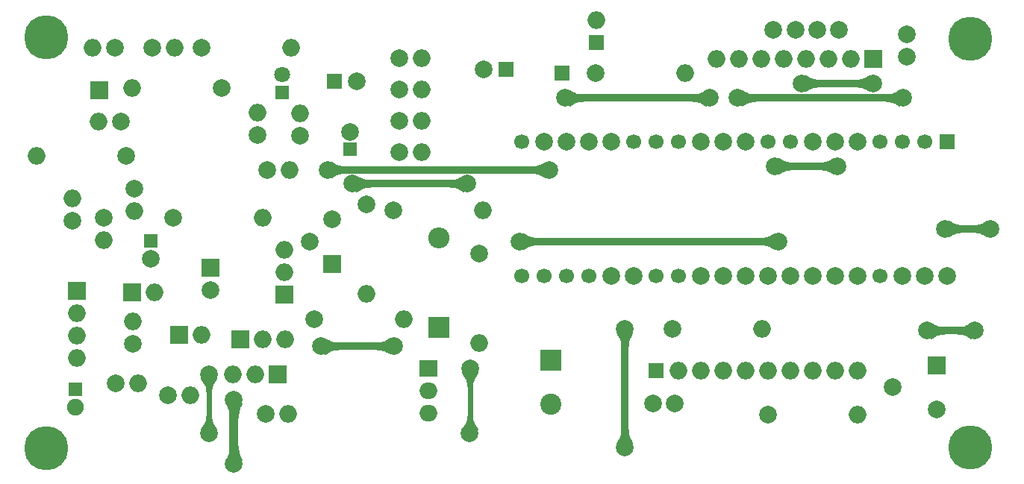
<source format=gtl>
%TF.GenerationSoftware,KiCad,Pcbnew,(5.1.10)-1*%
%TF.CreationDate,2021-07-24T22:22:28-04:00*%
%TF.ProjectId,PSU_fix,5053555f-6669-4782-9e6b-696361645f70,rev?*%
%TF.SameCoordinates,Original*%
%TF.FileFunction,Copper,L1,Top*%
%TF.FilePolarity,Positive*%
%FSLAX46Y46*%
G04 Gerber Fmt 4.6, Leading zero omitted, Abs format (unit mm)*
G04 Created by KiCad (PCBNEW (5.1.10)-1) date 2021-07-24 22:22:28*
%MOMM*%
%LPD*%
G01*
G04 APERTURE LIST*
%TA.AperFunction,ComponentPad*%
%ADD10R,2.000000X2.000000*%
%TD*%
%TA.AperFunction,ComponentPad*%
%ADD11C,2.000000*%
%TD*%
%TA.AperFunction,ComponentPad*%
%ADD12O,2.000000X2.000000*%
%TD*%
%TA.AperFunction,ComponentPad*%
%ADD13R,1.700000X1.700000*%
%TD*%
%TA.AperFunction,ComponentPad*%
%ADD14C,1.700000*%
%TD*%
%TA.AperFunction,ComponentPad*%
%ADD15R,1.500000X1.500000*%
%TD*%
%TA.AperFunction,ComponentPad*%
%ADD16C,1.900000*%
%TD*%
%TA.AperFunction,ComponentPad*%
%ADD17R,1.600000X1.600000*%
%TD*%
%TA.AperFunction,ComponentPad*%
%ADD18C,1.800000*%
%TD*%
%TA.AperFunction,ComponentPad*%
%ADD19R,1.800000X1.800000*%
%TD*%
%TA.AperFunction,ComponentPad*%
%ADD20R,2.400000X2.400000*%
%TD*%
%TA.AperFunction,ComponentPad*%
%ADD21O,2.400000X2.400000*%
%TD*%
%TA.AperFunction,ComponentPad*%
%ADD22R,2.000000X1.905000*%
%TD*%
%TA.AperFunction,ComponentPad*%
%ADD23O,2.000000X1.905000*%
%TD*%
%TA.AperFunction,ComponentPad*%
%ADD24C,2.400000*%
%TD*%
%TA.AperFunction,ViaPad*%
%ADD25C,5.000000*%
%TD*%
%TA.AperFunction,ViaPad*%
%ADD26C,2.000000*%
%TD*%
%TA.AperFunction,Conductor*%
%ADD27C,1.000000*%
%TD*%
%TA.AperFunction,Conductor*%
%ADD28C,0.813000*%
%TD*%
%TA.AperFunction,Conductor*%
%ADD29C,0.610000*%
%TD*%
%TA.AperFunction,Conductor*%
%ADD30C,0.025400*%
%TD*%
%TA.AperFunction,Conductor*%
%ADD31C,0.100000*%
%TD*%
G04 APERTURE END LIST*
D10*
%TO.P,C6,1*%
%TO.N,+12V*%
X89408000Y-72009000D03*
D11*
%TO.P,C6,2*%
%TO.N,GND*%
X89408000Y-74509000D03*
%TD*%
D10*
%TO.P,J11,1*%
%TO.N,Vout*%
X80518000Y-74803000D03*
D12*
%TO.P,J11,2*%
%TO.N,GND*%
X83058000Y-74803000D03*
%TD*%
D11*
%TO.P,R9,1*%
%TO.N,Net-(R9-Pad1)*%
X80772000Y-62992000D03*
D12*
%TO.P,R9,2*%
%TO.N,Net-(C3-Pad1)*%
X80772000Y-65532000D03*
%TD*%
D11*
%TO.P,BP1,40*%
%TO.N,GND*%
X172974000Y-72898000D03*
D13*
%TO.P,BP1,1*%
%TO.N,Net-(BP1-Pad1)*%
X172974000Y-57658000D03*
D11*
%TO.P,BP1,39*%
%TO.N,GND*%
X170434000Y-72898000D03*
D14*
%TO.P,BP1,2*%
%TO.N,Net-(BP1-Pad2)*%
X170434000Y-57658000D03*
D11*
%TO.P,BP1,38*%
%TO.N,+3V3*%
X167894000Y-72898000D03*
D14*
%TO.P,BP1,3*%
%TO.N,Net-(BP1-Pad3)*%
X167894000Y-57658000D03*
%TO.P,BP1,37*%
%TO.N,Net-(BP1-Pad37)*%
X165354000Y-72898000D03*
%TO.P,BP1,4*%
%TO.N,Net-(BP1-Pad4)*%
X165354000Y-57658000D03*
D11*
%TO.P,BP1,36*%
%TO.N,Net-(BP1-Pad36)*%
X162814000Y-72898000D03*
%TO.P,BP1,5*%
%TO.N,Net-(BP1-Pad5)*%
X162814000Y-57658000D03*
%TO.P,BP1,35*%
%TO.N,Net-(BP1-Pad35)*%
X160274000Y-72898000D03*
%TO.P,BP1,6*%
%TO.N,Net-(BP1-Pad6)*%
X160274000Y-57658000D03*
%TO.P,BP1,34*%
%TO.N,Net-(BP1-Pad34)*%
X157734000Y-72898000D03*
%TO.P,BP1,7*%
%TO.N,A10*%
X157734000Y-57658000D03*
%TO.P,BP1,33*%
%TO.N,Net-(BP1-Pad33)*%
X155194000Y-72898000D03*
D14*
%TO.P,BP1,8*%
%TO.N,Net-(BP1-Pad8)*%
X155194000Y-57658000D03*
D11*
%TO.P,BP1,32*%
%TO.N,A7*%
X152654000Y-72898000D03*
D14*
%TO.P,BP1,9*%
%TO.N,Net-(BP1-Pad9)*%
X152654000Y-57658000D03*
D11*
%TO.P,BP1,31*%
%TO.N,A6*%
X150114000Y-72898000D03*
%TO.P,BP1,10*%
%TO.N,Net-(BP1-Pad10)*%
X150114000Y-57658000D03*
%TO.P,BP1,30*%
%TO.N,Net-(BP1-Pad30)*%
X147574000Y-72898000D03*
%TO.P,BP1,11*%
%TO.N,Net-(BP1-Pad11)*%
X147574000Y-57658000D03*
%TO.P,BP1,29*%
%TO.N,Net-(BP1-Pad29)*%
X145034000Y-72898000D03*
%TO.P,BP1,12*%
%TO.N,B4*%
X145034000Y-57658000D03*
D14*
%TO.P,BP1,28*%
%TO.N,Net-(BP1-Pad28)*%
X142494000Y-72898000D03*
%TO.P,BP1,13*%
%TO.N,Net-(BP1-Pad13)*%
X142494000Y-57658000D03*
%TO.P,BP1,27*%
%TO.N,Net-(BP1-Pad27)*%
X139954000Y-72898000D03*
%TO.P,BP1,14*%
%TO.N,Net-(BP1-Pad14)*%
X139954000Y-57658000D03*
D11*
%TO.P,BP1,26*%
%TO.N,A1*%
X137414000Y-72898000D03*
D14*
%TO.P,BP1,15*%
%TO.N,Net-(BP1-Pad15)*%
X137414000Y-57658000D03*
D11*
%TO.P,BP1,25*%
%TO.N,A0*%
X134874000Y-72898000D03*
%TO.P,BP1,16*%
%TO.N,Net-(BP1-Pad16)*%
X134874000Y-57658000D03*
D14*
%TO.P,BP1,24*%
%TO.N,Net-(BP1-Pad24)*%
X132334000Y-72898000D03*
D11*
%TO.P,BP1,17*%
%TO.N,Net-(BP1-Pad17)*%
X132334000Y-57658000D03*
D14*
%TO.P,BP1,23*%
%TO.N,Net-(BP1-Pad23)*%
X129794000Y-72898000D03*
D11*
%TO.P,BP1,18*%
%TO.N,+5V*%
X129794000Y-57658000D03*
D14*
%TO.P,BP1,22*%
%TO.N,Net-(BP1-Pad22)*%
X127254000Y-72898000D03*
D11*
%TO.P,BP1,19*%
%TO.N,GND*%
X127254000Y-57658000D03*
D14*
%TO.P,BP1,21*%
%TO.N,Net-(BP1-Pad21)*%
X124714000Y-72898000D03*
%TO.P,BP1,20*%
%TO.N,Net-(BP1-Pad20)*%
X124714000Y-57658000D03*
%TD*%
D11*
%TO.P,C1,2*%
%TO.N,GND*%
X105283000Y-56547000D03*
D15*
%TO.P,C1,1*%
%TO.N,Net-(C1-Pad1)*%
X105283000Y-58547000D03*
%TD*%
%TO.P,C2,1*%
%TO.N,/PIN_2_TL494*%
X74104500Y-85788500D03*
D16*
%TO.P,C2,2*%
%TO.N,GND*%
X74104500Y-87788500D03*
%TD*%
D11*
%TO.P,C3,2*%
%TO.N,GND*%
X82677000Y-70961000D03*
D17*
%TO.P,C3,1*%
%TO.N,Net-(C3-Pad1)*%
X82677000Y-68961000D03*
%TD*%
D15*
%TO.P,C4,1*%
%TO.N,Net-(C4-Pad1)*%
X97536000Y-52070000D03*
D18*
%TO.P,C4,2*%
%TO.N,GND*%
X97536000Y-50070000D03*
%TD*%
D11*
%TO.P,C5,2*%
%TO.N,GND*%
X139587600Y-87376000D03*
%TO.P,C5,1*%
%TO.N,+5V*%
X142087600Y-87376000D03*
%TD*%
%TO.P,C8,2*%
%TO.N,Net-(C8-Pad2)*%
X106005000Y-50800000D03*
D19*
%TO.P,C8,1*%
%TO.N,GND*%
X103505000Y-50800000D03*
%TD*%
D11*
%TO.P,C9,1*%
%TO.N,GND*%
X153289000Y-44958000D03*
%TO.P,C9,2*%
%TO.N,Net-(BP1-Pad5)*%
X155789000Y-44958000D03*
%TD*%
%TO.P,C10,1*%
%TO.N,Net-(BP1-Pad10)*%
X158242000Y-44958000D03*
%TO.P,C10,2*%
%TO.N,GND*%
X160742000Y-44958000D03*
%TD*%
%TO.P,C11,2*%
%TO.N,Net-(BP1-Pad6)*%
X168402000Y-45506000D03*
%TO.P,C11,1*%
%TO.N,GND*%
X168402000Y-48006000D03*
%TD*%
%TO.P,C12,2*%
%TO.N,GND*%
X120436000Y-49466500D03*
D19*
%TO.P,C12,1*%
%TO.N,+3V3*%
X122936000Y-49466500D03*
%TD*%
D20*
%TO.P,D1,1*%
%TO.N,Net-(D1-Pad1)*%
X115316000Y-78740000D03*
D21*
%TO.P,D1,2*%
%TO.N,Net-(C8-Pad2)*%
X115316000Y-68580000D03*
%TD*%
D10*
%TO.P,J1,1*%
%TO.N,Net-(J1-Pad1)*%
X76835000Y-51816000D03*
%TD*%
%TO.P,J6,1*%
%TO.N,GND*%
X164592000Y-48260000D03*
D12*
%TO.P,J6,2*%
%TO.N,Net-(BP1-Pad6)*%
X162052000Y-48260000D03*
%TO.P,J6,3*%
%TO.N,Net-(BP1-Pad10)*%
X159512000Y-48260000D03*
%TO.P,J6,4*%
%TO.N,Net-(BP1-Pad5)*%
X156972000Y-48260000D03*
%TO.P,J6,5*%
%TO.N,Net-(BP1-Pad11)*%
X154432000Y-48260000D03*
%TO.P,J6,6*%
%TO.N,Net-(BP1-Pad17)*%
X151892000Y-48260000D03*
%TO.P,J6,7*%
%TO.N,Net-(BP1-Pad16)*%
X149352000Y-48260000D03*
%TO.P,J6,8*%
%TO.N,+3V3*%
X146812000Y-48260000D03*
%TD*%
%TO.P,J7,2*%
%TO.N,Net-(J7-Pad2)*%
X88392000Y-79629000D03*
D10*
%TO.P,J7,1*%
%TO.N,+12V*%
X85852000Y-79629000D03*
%TD*%
D13*
%TO.P,J8,1*%
%TO.N,Net-(J8-Pad1)*%
X129286000Y-49911000D03*
%TD*%
%TO.P,J9,1*%
%TO.N,Net-(J8-Pad1)*%
X133159500Y-46418500D03*
D12*
%TO.P,J9,2*%
%TO.N,GND*%
X133159500Y-43878500D03*
%TD*%
D19*
%TO.P,J10,1*%
%TO.N,GND*%
X139954000Y-83693000D03*
D12*
%TO.P,J10,2*%
%TO.N,+5V*%
X142494000Y-83693000D03*
%TO.P,J10,3*%
%TO.N,Net-(J10-Pad3)*%
X145034000Y-83693000D03*
%TO.P,J10,4*%
%TO.N,Net-(BP1-Pad29)*%
X147574000Y-83693000D03*
%TO.P,J10,5*%
%TO.N,Net-(BP1-Pad30)*%
X150114000Y-83693000D03*
%TO.P,J10,6*%
%TO.N,Net-(BP1-Pad33)*%
X152654000Y-83693000D03*
%TO.P,J10,7*%
%TO.N,Net-(BP1-Pad34)*%
X155194000Y-83693000D03*
%TO.P,J10,8*%
%TO.N,Net-(BP1-Pad35)*%
X157734000Y-83693000D03*
%TO.P,J10,9*%
%TO.N,Net-(BP1-Pad36)*%
X160274000Y-83693000D03*
%TO.P,J10,10*%
%TO.N,Net-(J10-Pad10)*%
X162814000Y-83693000D03*
%TD*%
D10*
%TO.P,J14,1*%
%TO.N,Net-(D1-Pad1)*%
X97028000Y-84074000D03*
D12*
%TO.P,J14,2*%
%TO.N,GND*%
X94488000Y-84074000D03*
%TO.P,J14,3*%
%TO.N,+12V*%
X91948000Y-84074000D03*
%TD*%
D10*
%TO.P,Q1,1*%
%TO.N,GND*%
X92837000Y-80137000D03*
D12*
%TO.P,Q1,2*%
%TO.N,Net-(J7-Pad2)*%
X95377000Y-80137000D03*
%TO.P,Q1,3*%
%TO.N,Net-(Q1-Pad3)*%
X97917000Y-80137000D03*
%TD*%
%TO.P,Q2,3*%
%TO.N,Net-(Q2-Pad3)*%
X97790000Y-69977000D03*
%TO.P,Q2,2*%
%TO.N,-12V*%
X97790000Y-72517000D03*
D10*
%TO.P,Q2,1*%
%TO.N,GND*%
X97790000Y-75057000D03*
%TD*%
D12*
%TO.P,R4,2*%
%TO.N,Net-(J1-Pad1)*%
X76708000Y-55372000D03*
D11*
%TO.P,R4,1*%
%TO.N,Net-(R4-Pad1)*%
X79248000Y-55372000D03*
%TD*%
D12*
%TO.P,R6,2*%
%TO.N,GND*%
X76073000Y-46990000D03*
D11*
%TO.P,R6,1*%
%TO.N,Net-(R10-Pad1)*%
X78613000Y-46990000D03*
%TD*%
%TO.P,R7,1*%
%TO.N,Net-(R11-Pad1)*%
X99568000Y-57023000D03*
D12*
%TO.P,R7,2*%
%TO.N,GND*%
X99568000Y-54483000D03*
%TD*%
D11*
%TO.P,R10,1*%
%TO.N,Net-(R10-Pad1)*%
X82804000Y-46990000D03*
D12*
%TO.P,R10,2*%
%TO.N,Net-(C4-Pad1)*%
X85344000Y-46990000D03*
%TD*%
D11*
%TO.P,R11,1*%
%TO.N,Net-(R11-Pad1)*%
X94742000Y-56896000D03*
D12*
%TO.P,R11,2*%
%TO.N,Net-(R11-Pad2)*%
X94742000Y-54356000D03*
%TD*%
D11*
%TO.P,R12,1*%
%TO.N,/PIN_2_TL494*%
X78676500Y-85153500D03*
D12*
%TO.P,R12,2*%
%TO.N,Net-(R12-Pad2)*%
X81216500Y-85153500D03*
%TD*%
%TO.P,R13,2*%
%TO.N,GND*%
X98247200Y-88595200D03*
D11*
%TO.P,R13,1*%
%TO.N,Net-(R12-Pad2)*%
X95707200Y-88595200D03*
%TD*%
%TO.P,RV1,3*%
%TO.N,GND*%
X171831000Y-88058000D03*
D10*
%TO.P,RV1,1*%
%TO.N,+5V*%
X171831000Y-83058000D03*
D11*
%TO.P,RV1,2*%
%TO.N,Net-(J10-Pad3)*%
X166831000Y-85558000D03*
%TD*%
D12*
%TO.P,R14,2*%
%TO.N,A0*%
X95377000Y-66294000D03*
D11*
%TO.P,R14,1*%
%TO.N,Net-(C3-Pad1)*%
X85217000Y-66294000D03*
%TD*%
%TO.P,R15,1*%
%TO.N,Net-(C4-Pad1)*%
X88392000Y-46990000D03*
D12*
%TO.P,R15,2*%
%TO.N,A1*%
X98552000Y-46990000D03*
%TD*%
D11*
%TO.P,R17,1*%
%TO.N,Net-(Q1-Pad3)*%
X101219000Y-77851000D03*
D12*
%TO.P,R17,2*%
%TO.N,A10*%
X111379000Y-77851000D03*
%TD*%
D11*
%TO.P,R18,1*%
%TO.N,Net-(J8-Pad1)*%
X133096000Y-49911000D03*
D12*
%TO.P,R18,2*%
%TO.N,B4*%
X143256000Y-49911000D03*
%TD*%
D11*
%TO.P,R16,1*%
%TO.N,Net-(R11-Pad2)*%
X90678000Y-51562000D03*
D12*
%TO.P,R16,2*%
%TO.N,/PIN_16_TL494*%
X80518000Y-51562000D03*
%TD*%
D11*
%TO.P,R5,1*%
%TO.N,Net-(R3-Pad1)*%
X79883000Y-59309000D03*
D12*
%TO.P,R5,2*%
%TO.N,GND*%
X69723000Y-59309000D03*
%TD*%
%TO.P,R26,2*%
%TO.N,GND*%
X107124500Y-74993500D03*
D11*
%TO.P,R26,1*%
%TO.N,Net-(Q2-Pad3)*%
X107124500Y-64833500D03*
%TD*%
%TO.P,R28,1*%
%TO.N,Net-(R27-Pad2)*%
X119888000Y-70408800D03*
D12*
%TO.P,R28,2*%
%TO.N,GND*%
X119888000Y-80568800D03*
%TD*%
D11*
%TO.P,R27,1*%
%TO.N,-12V*%
X110185200Y-65430400D03*
D12*
%TO.P,R27,2*%
%TO.N,Net-(R27-Pad2)*%
X120345200Y-65430400D03*
%TD*%
D22*
%TO.P,U4,1*%
%TO.N,+12V*%
X114173000Y-83439000D03*
D23*
%TO.P,U4,2*%
%TO.N,GND*%
X114173000Y-85979000D03*
%TO.P,U4,3*%
%TO.N,+5V*%
X114173000Y-88519000D03*
%TD*%
D11*
%TO.P,R19,1*%
%TO.N,+5V*%
X152654000Y-88671400D03*
D12*
%TO.P,R19,2*%
%TO.N,Net-(J10-Pad10)*%
X162814000Y-88671400D03*
%TD*%
D10*
%TO.P,J2,1*%
%TO.N,/PIN_16_TL494*%
X74295000Y-74612500D03*
D12*
%TO.P,J2,2*%
%TO.N,/PIN_1_TL494*%
X74295000Y-77152500D03*
%TO.P,J2,3*%
%TO.N,/PIN_2_TL494*%
X74295000Y-79692500D03*
%TO.P,J2,4*%
%TO.N,/PIN_15_TL494*%
X74295000Y-82232500D03*
%TD*%
D11*
%TO.P,R20,1*%
%TO.N,/PIN_15_TL494*%
X80581500Y-80645000D03*
D12*
%TO.P,R20,2*%
%TO.N,Vout*%
X80581500Y-78105000D03*
%TD*%
D11*
%TO.P,R8,1*%
%TO.N,/PIN_2_TL494*%
X141859000Y-78917800D03*
D12*
%TO.P,R8,2*%
%TO.N,A7*%
X152019000Y-78917800D03*
%TD*%
D11*
%TO.P,R21,1*%
%TO.N,/PIN_15_TL494*%
X84582000Y-86487000D03*
D12*
%TO.P,R21,2*%
%TO.N,GND*%
X87122000Y-86487000D03*
%TD*%
D11*
%TO.P,R2,1*%
%TO.N,Net-(C1-Pad1)*%
X95808800Y-60909200D03*
D12*
%TO.P,R2,2*%
%TO.N,A6*%
X98348800Y-60909200D03*
%TD*%
D11*
%TO.P,R1,1*%
%TO.N,/PIN_1_TL494*%
X73787000Y-66675000D03*
D12*
%TO.P,R1,2*%
%TO.N,Net-(J1-Pad1)*%
X73787000Y-64135000D03*
%TD*%
%TO.P,R3,2*%
%TO.N,Vout*%
X77343000Y-68897500D03*
D11*
%TO.P,R3,1*%
%TO.N,Net-(R3-Pad1)*%
X77343000Y-66357500D03*
%TD*%
D12*
%TO.P,R22,2*%
%TO.N,Net-(C8-Pad2)*%
X113385600Y-48234600D03*
D11*
%TO.P,R22,1*%
%TO.N,-12V*%
X110845600Y-48234600D03*
%TD*%
%TO.P,R23,1*%
%TO.N,-12V*%
X110845600Y-51790600D03*
D12*
%TO.P,R23,2*%
%TO.N,Net-(C8-Pad2)*%
X113385600Y-51790600D03*
%TD*%
%TO.P,R24,2*%
%TO.N,Net-(C8-Pad2)*%
X113385600Y-55346600D03*
D11*
%TO.P,R24,1*%
%TO.N,-12V*%
X110845600Y-55346600D03*
%TD*%
%TO.P,R25,1*%
%TO.N,-12V*%
X110845600Y-58902600D03*
D12*
%TO.P,R25,2*%
%TO.N,Net-(C8-Pad2)*%
X113385600Y-58902600D03*
%TD*%
D11*
%TO.P,U3,2*%
%TO.N,-12V*%
X100685600Y-68986400D03*
%TO.P,U3,3*%
%TO.N,Net-(Q2-Pad3)*%
X103225600Y-66446400D03*
D10*
%TO.P,U3,1*%
%TO.N,Net-(R27-Pad2)*%
X103225600Y-71526400D03*
%TD*%
D20*
%TO.P,C7,1*%
%TO.N,+5V*%
X128016000Y-82499200D03*
D24*
%TO.P,C7,2*%
%TO.N,GND*%
X128016000Y-87499200D03*
%TD*%
D25*
%TO.N,*%
X175577500Y-45974000D03*
X175577500Y-92392500D03*
X70802500Y-92456000D03*
X70802500Y-45847000D03*
D26*
%TO.N,GND*%
X92075000Y-86995000D03*
X92075000Y-94234000D03*
%TO.N,+3V3*%
X172720000Y-67564000D03*
X177927000Y-67564000D03*
X149225000Y-52705000D03*
X168021000Y-52705000D03*
X146050000Y-52705000D03*
X129667000Y-52705000D03*
%TO.N,Net-(BP1-Pad5)*%
X156464000Y-51054000D03*
X164592000Y-51054000D03*
%TO.N,A10*%
X124460000Y-68986400D03*
X153822400Y-68986400D03*
%TO.N,A6*%
X102666800Y-60858400D03*
X127863600Y-60909200D03*
%TO.N,A0*%
X105511600Y-62433200D03*
X118567200Y-62433200D03*
%TO.N,+5V*%
X160528000Y-60452000D03*
X153416000Y-60452000D03*
X170688000Y-79121000D03*
X176149000Y-79121000D03*
%TO.N,+12V*%
X118846600Y-83439000D03*
X89230200Y-84074000D03*
X89204800Y-90805000D03*
X118821200Y-90805000D03*
%TO.N,Net-(D1-Pad1)*%
X101930200Y-80899000D03*
X110236000Y-80873600D03*
%TO.N,/PIN_2_TL494*%
X136398000Y-78917800D03*
X136398000Y-92354400D03*
%TD*%
D27*
%TO.N,GND*%
X92075000Y-86995000D02*
X92075000Y-94234000D01*
D28*
%TO.N,+3V3*%
X138202502Y-52705000D02*
X129667000Y-52705000D01*
X146050000Y-52705000D02*
X138202502Y-52705000D01*
X149236501Y-52716501D02*
X149225000Y-52705000D01*
X168009499Y-52716501D02*
X149236501Y-52716501D01*
X168021000Y-52705000D02*
X168009499Y-52716501D01*
X172720000Y-67564000D02*
X177927000Y-67564000D01*
%TO.N,Net-(BP1-Pad5)*%
X156464000Y-51054000D02*
X164592000Y-51054000D01*
%TO.N,A10*%
X124460000Y-68986400D02*
X153822400Y-68986400D01*
%TO.N,A6*%
X127812800Y-60858400D02*
X127863600Y-60909200D01*
X102666800Y-60858400D02*
X127812800Y-60858400D01*
%TO.N,A0*%
X105511600Y-62433200D02*
X118567200Y-62433200D01*
%TO.N,+5V*%
X160528000Y-60452000D02*
X153416000Y-60452000D01*
X170688000Y-79121000D02*
X176149000Y-79121000D01*
D29*
%TO.N,+12V*%
X118846600Y-90779600D02*
X118821200Y-90805000D01*
X118846600Y-83439000D02*
X118846600Y-90779600D01*
X89230200Y-90779600D02*
X89204800Y-90805000D01*
X89230200Y-84074000D02*
X89230200Y-90779600D01*
D28*
%TO.N,Net-(D1-Pad1)*%
X103918022Y-80873600D02*
X110236000Y-80873600D01*
X103892622Y-80899000D02*
X103918022Y-80873600D01*
X101930200Y-80899000D02*
X103892622Y-80899000D01*
%TO.N,/PIN_2_TL494*%
X136398000Y-78917800D02*
X136398000Y-92354400D01*
%TD*%
D30*
%TO.N,GND*%
X92959694Y-87433294D02*
X92884395Y-87587553D01*
X92884378Y-87587588D01*
X92814527Y-87731794D01*
X92814415Y-87732033D01*
X92753666Y-87864401D01*
X92753455Y-87864886D01*
X92701573Y-87991610D01*
X92701301Y-87992336D01*
X92658050Y-88119608D01*
X92657784Y-88120497D01*
X92622926Y-88254509D01*
X92622722Y-88255436D01*
X92596022Y-88402380D01*
X92595897Y-88403223D01*
X92577119Y-88569291D01*
X92577060Y-88569983D01*
X92565966Y-88761369D01*
X92565947Y-88761896D01*
X92562506Y-88972300D01*
X91587494Y-88972300D01*
X91584052Y-88761896D01*
X91584033Y-88761369D01*
X91572939Y-88569983D01*
X91572880Y-88569291D01*
X91554102Y-88403223D01*
X91553977Y-88402380D01*
X91527277Y-88255436D01*
X91527073Y-88254509D01*
X91492215Y-88120497D01*
X91491949Y-88119608D01*
X91448698Y-87992336D01*
X91448426Y-87991610D01*
X91396544Y-87864886D01*
X91396333Y-87864401D01*
X91335584Y-87732033D01*
X91335472Y-87731794D01*
X91265621Y-87587588D01*
X91265604Y-87587553D01*
X91190306Y-87433294D01*
X92075000Y-86513322D01*
X92959694Y-87433294D01*
%TA.AperFunction,Conductor*%
D31*
G36*
X92959694Y-87433294D02*
G01*
X92884395Y-87587553D01*
X92884378Y-87587588D01*
X92814527Y-87731794D01*
X92814415Y-87732033D01*
X92753666Y-87864401D01*
X92753455Y-87864886D01*
X92701573Y-87991610D01*
X92701301Y-87992336D01*
X92658050Y-88119608D01*
X92657784Y-88120497D01*
X92622926Y-88254509D01*
X92622722Y-88255436D01*
X92596022Y-88402380D01*
X92595897Y-88403223D01*
X92577119Y-88569291D01*
X92577060Y-88569983D01*
X92565966Y-88761369D01*
X92565947Y-88761896D01*
X92562506Y-88972300D01*
X91587494Y-88972300D01*
X91584052Y-88761896D01*
X91584033Y-88761369D01*
X91572939Y-88569983D01*
X91572880Y-88569291D01*
X91554102Y-88403223D01*
X91553977Y-88402380D01*
X91527277Y-88255436D01*
X91527073Y-88254509D01*
X91492215Y-88120497D01*
X91491949Y-88119608D01*
X91448698Y-87992336D01*
X91448426Y-87991610D01*
X91396544Y-87864886D01*
X91396333Y-87864401D01*
X91335584Y-87732033D01*
X91335472Y-87731794D01*
X91265621Y-87587588D01*
X91265604Y-87587553D01*
X91190306Y-87433294D01*
X92075000Y-86513322D01*
X92959694Y-87433294D01*
G37*
%TD.AperFunction*%
%TD*%
D30*
%TO.N,GND*%
X92565947Y-92467103D02*
X92565966Y-92467630D01*
X92577060Y-92659016D01*
X92577119Y-92659708D01*
X92595897Y-92825776D01*
X92596022Y-92826619D01*
X92622722Y-92973563D01*
X92622926Y-92974490D01*
X92657784Y-93108502D01*
X92658050Y-93109391D01*
X92701301Y-93236663D01*
X92701573Y-93237389D01*
X92753455Y-93364113D01*
X92753666Y-93364598D01*
X92814415Y-93496966D01*
X92814527Y-93497205D01*
X92884378Y-93641411D01*
X92884395Y-93641446D01*
X92959694Y-93795706D01*
X92075000Y-94715678D01*
X91190306Y-93795706D01*
X91265604Y-93641446D01*
X91265621Y-93641411D01*
X91335472Y-93497205D01*
X91335584Y-93496966D01*
X91396333Y-93364598D01*
X91396544Y-93364113D01*
X91448426Y-93237389D01*
X91448698Y-93236663D01*
X91491949Y-93109391D01*
X91492215Y-93108502D01*
X91527073Y-92974490D01*
X91527277Y-92973563D01*
X91553977Y-92826619D01*
X91554102Y-92825776D01*
X91572880Y-92659708D01*
X91572939Y-92659016D01*
X91584033Y-92467630D01*
X91584052Y-92467103D01*
X91587494Y-92256700D01*
X92562506Y-92256700D01*
X92565947Y-92467103D01*
%TA.AperFunction,Conductor*%
D31*
G36*
X92565947Y-92467103D02*
G01*
X92565966Y-92467630D01*
X92577060Y-92659016D01*
X92577119Y-92659708D01*
X92595897Y-92825776D01*
X92596022Y-92826619D01*
X92622722Y-92973563D01*
X92622926Y-92974490D01*
X92657784Y-93108502D01*
X92658050Y-93109391D01*
X92701301Y-93236663D01*
X92701573Y-93237389D01*
X92753455Y-93364113D01*
X92753666Y-93364598D01*
X92814415Y-93496966D01*
X92814527Y-93497205D01*
X92884378Y-93641411D01*
X92884395Y-93641446D01*
X92959694Y-93795706D01*
X92075000Y-94715678D01*
X91190306Y-93795706D01*
X91265604Y-93641446D01*
X91265621Y-93641411D01*
X91335472Y-93497205D01*
X91335584Y-93496966D01*
X91396333Y-93364598D01*
X91396544Y-93364113D01*
X91448426Y-93237389D01*
X91448698Y-93236663D01*
X91491949Y-93109391D01*
X91492215Y-93108502D01*
X91527073Y-92974490D01*
X91527277Y-92973563D01*
X91553977Y-92826619D01*
X91554102Y-92825776D01*
X91572880Y-92659708D01*
X91572939Y-92659016D01*
X91584033Y-92467630D01*
X91584052Y-92467103D01*
X91587494Y-92256700D01*
X92562506Y-92256700D01*
X92565947Y-92467103D01*
G37*
%TD.AperFunction*%
%TD*%
D30*
%TO.N,+3V3*%
X130266797Y-51901894D02*
X130414485Y-51980960D01*
X130547500Y-52053075D01*
X130547738Y-52053201D01*
X130672892Y-52117658D01*
X130673475Y-52117939D01*
X130797776Y-52174133D01*
X130798677Y-52174500D01*
X130929133Y-52221830D01*
X130930227Y-52222171D01*
X131073845Y-52260033D01*
X131074958Y-52260274D01*
X131238748Y-52288064D01*
X131239738Y-52288192D01*
X131430708Y-52305309D01*
X131431513Y-52305356D01*
X131644300Y-52310875D01*
X131644300Y-53099125D01*
X131431513Y-53104643D01*
X131430708Y-53104690D01*
X131239738Y-53121807D01*
X131238748Y-53121935D01*
X131074958Y-53149725D01*
X131073845Y-53149966D01*
X130930227Y-53187828D01*
X130929133Y-53188169D01*
X130798677Y-53235499D01*
X130797776Y-53235866D01*
X130673475Y-53292060D01*
X130672892Y-53292341D01*
X130547738Y-53356798D01*
X130547500Y-53356924D01*
X130414485Y-53429039D01*
X130266797Y-53508105D01*
X130105205Y-53589608D01*
X129185322Y-52705000D01*
X130105205Y-51820392D01*
X130266797Y-51901894D01*
%TA.AperFunction,Conductor*%
D31*
G36*
X130266797Y-51901894D02*
G01*
X130414485Y-51980960D01*
X130547500Y-52053075D01*
X130547738Y-52053201D01*
X130672892Y-52117658D01*
X130673475Y-52117939D01*
X130797776Y-52174133D01*
X130798677Y-52174500D01*
X130929133Y-52221830D01*
X130930227Y-52222171D01*
X131073845Y-52260033D01*
X131074958Y-52260274D01*
X131238748Y-52288064D01*
X131239738Y-52288192D01*
X131430708Y-52305309D01*
X131431513Y-52305356D01*
X131644300Y-52310875D01*
X131644300Y-53099125D01*
X131431513Y-53104643D01*
X131430708Y-53104690D01*
X131239738Y-53121807D01*
X131238748Y-53121935D01*
X131074958Y-53149725D01*
X131073845Y-53149966D01*
X130930227Y-53187828D01*
X130929133Y-53188169D01*
X130798677Y-53235499D01*
X130797776Y-53235866D01*
X130673475Y-53292060D01*
X130672892Y-53292341D01*
X130547738Y-53356798D01*
X130547500Y-53356924D01*
X130414485Y-53429039D01*
X130266797Y-53508105D01*
X130105205Y-53589608D01*
X129185322Y-52705000D01*
X130105205Y-51820392D01*
X130266797Y-51901894D01*
G37*
%TD.AperFunction*%
%TD*%
D30*
%TO.N,+3V3*%
X146531678Y-52705000D02*
X145611795Y-53589608D01*
X145450202Y-53508105D01*
X145302514Y-53429039D01*
X145169499Y-53356924D01*
X145169261Y-53356798D01*
X145044107Y-53292341D01*
X145043524Y-53292060D01*
X144919223Y-53235866D01*
X144918322Y-53235499D01*
X144787866Y-53188169D01*
X144786772Y-53187828D01*
X144643154Y-53149966D01*
X144642041Y-53149725D01*
X144478251Y-53121935D01*
X144477261Y-53121807D01*
X144286291Y-53104690D01*
X144285486Y-53104643D01*
X144072700Y-53099125D01*
X144072700Y-52310875D01*
X144285486Y-52305356D01*
X144286291Y-52305309D01*
X144477261Y-52288192D01*
X144478251Y-52288064D01*
X144642041Y-52260274D01*
X144643154Y-52260033D01*
X144786772Y-52222171D01*
X144787866Y-52221830D01*
X144918322Y-52174500D01*
X144919223Y-52174133D01*
X145043524Y-52117939D01*
X145044107Y-52117658D01*
X145169261Y-52053201D01*
X145169499Y-52053075D01*
X145302514Y-51980960D01*
X145450202Y-51901894D01*
X145611795Y-51820392D01*
X146531678Y-52705000D01*
%TA.AperFunction,Conductor*%
D31*
G36*
X146531678Y-52705000D02*
G01*
X145611795Y-53589608D01*
X145450202Y-53508105D01*
X145302514Y-53429039D01*
X145169499Y-53356924D01*
X145169261Y-53356798D01*
X145044107Y-53292341D01*
X145043524Y-53292060D01*
X144919223Y-53235866D01*
X144918322Y-53235499D01*
X144787866Y-53188169D01*
X144786772Y-53187828D01*
X144643154Y-53149966D01*
X144642041Y-53149725D01*
X144478251Y-53121935D01*
X144477261Y-53121807D01*
X144286291Y-53104690D01*
X144285486Y-53104643D01*
X144072700Y-53099125D01*
X144072700Y-52310875D01*
X144285486Y-52305356D01*
X144286291Y-52305309D01*
X144477261Y-52288192D01*
X144478251Y-52288064D01*
X144642041Y-52260274D01*
X144643154Y-52260033D01*
X144786772Y-52222171D01*
X144787866Y-52221830D01*
X144918322Y-52174500D01*
X144919223Y-52174133D01*
X145043524Y-52117939D01*
X145044107Y-52117658D01*
X145169261Y-52053201D01*
X145169499Y-52053075D01*
X145302514Y-51980960D01*
X145450202Y-51901894D01*
X145611795Y-51820392D01*
X146531678Y-52705000D01*
G37*
%TD.AperFunction*%
%TD*%
D30*
%TO.N,+3V3*%
X149834433Y-51908921D02*
X149981847Y-51989574D01*
X150114687Y-52062821D01*
X150114948Y-52062961D01*
X150240132Y-52128225D01*
X150240737Y-52128521D01*
X150365209Y-52185237D01*
X150366128Y-52185613D01*
X150496871Y-52233237D01*
X150497978Y-52233584D01*
X150641971Y-52271573D01*
X150643091Y-52271815D01*
X150807315Y-52299623D01*
X150808306Y-52299751D01*
X150999743Y-52316835D01*
X151000545Y-52316881D01*
X151213801Y-52322378D01*
X151213801Y-53110618D01*
X150998395Y-53116060D01*
X150997611Y-53116104D01*
X150804369Y-53132976D01*
X150803403Y-53133098D01*
X150637599Y-53160497D01*
X150636513Y-53160726D01*
X150491042Y-53198060D01*
X150489972Y-53198385D01*
X150357730Y-53245065D01*
X150356847Y-53245415D01*
X150230729Y-53300849D01*
X150230156Y-53301118D01*
X150103059Y-53364716D01*
X150102826Y-53364835D01*
X149967703Y-53435975D01*
X149817459Y-53514063D01*
X149653021Y-53594583D01*
X148743354Y-52699469D01*
X149673339Y-51825478D01*
X149834433Y-51908921D01*
%TA.AperFunction,Conductor*%
D31*
G36*
X149834433Y-51908921D02*
G01*
X149981847Y-51989574D01*
X150114687Y-52062821D01*
X150114948Y-52062961D01*
X150240132Y-52128225D01*
X150240737Y-52128521D01*
X150365209Y-52185237D01*
X150366128Y-52185613D01*
X150496871Y-52233237D01*
X150497978Y-52233584D01*
X150641971Y-52271573D01*
X150643091Y-52271815D01*
X150807315Y-52299623D01*
X150808306Y-52299751D01*
X150999743Y-52316835D01*
X151000545Y-52316881D01*
X151213801Y-52322378D01*
X151213801Y-53110618D01*
X150998395Y-53116060D01*
X150997611Y-53116104D01*
X150804369Y-53132976D01*
X150803403Y-53133098D01*
X150637599Y-53160497D01*
X150636513Y-53160726D01*
X150491042Y-53198060D01*
X150489972Y-53198385D01*
X150357730Y-53245065D01*
X150356847Y-53245415D01*
X150230729Y-53300849D01*
X150230156Y-53301118D01*
X150103059Y-53364716D01*
X150102826Y-53364835D01*
X149967703Y-53435975D01*
X149817459Y-53514063D01*
X149653021Y-53594583D01*
X148743354Y-52699469D01*
X149673339Y-51825478D01*
X149834433Y-51908921D01*
G37*
%TD.AperFunction*%
%TD*%
D30*
%TO.N,+3V3*%
X168502646Y-52699469D02*
X167592979Y-53594583D01*
X167428540Y-53514063D01*
X167278296Y-53435975D01*
X167143173Y-53364835D01*
X167142940Y-53364716D01*
X167015843Y-53301118D01*
X167015270Y-53300849D01*
X166889152Y-53245415D01*
X166888269Y-53245065D01*
X166756027Y-53198385D01*
X166754957Y-53198060D01*
X166609486Y-53160726D01*
X166608400Y-53160497D01*
X166442596Y-53133098D01*
X166441630Y-53132976D01*
X166248388Y-53116104D01*
X166247604Y-53116060D01*
X166032199Y-53110618D01*
X166032199Y-52322378D01*
X166245454Y-52316881D01*
X166246256Y-52316835D01*
X166437693Y-52299751D01*
X166438684Y-52299623D01*
X166602908Y-52271815D01*
X166604028Y-52271573D01*
X166748021Y-52233584D01*
X166749128Y-52233237D01*
X166879871Y-52185613D01*
X166880790Y-52185237D01*
X167005262Y-52128521D01*
X167005867Y-52128225D01*
X167131051Y-52062961D01*
X167131312Y-52062821D01*
X167264152Y-51989574D01*
X167411566Y-51908921D01*
X167572661Y-51825478D01*
X168502646Y-52699469D01*
%TA.AperFunction,Conductor*%
D31*
G36*
X168502646Y-52699469D02*
G01*
X167592979Y-53594583D01*
X167428540Y-53514063D01*
X167278296Y-53435975D01*
X167143173Y-53364835D01*
X167142940Y-53364716D01*
X167015843Y-53301118D01*
X167015270Y-53300849D01*
X166889152Y-53245415D01*
X166888269Y-53245065D01*
X166756027Y-53198385D01*
X166754957Y-53198060D01*
X166609486Y-53160726D01*
X166608400Y-53160497D01*
X166442596Y-53133098D01*
X166441630Y-53132976D01*
X166248388Y-53116104D01*
X166247604Y-53116060D01*
X166032199Y-53110618D01*
X166032199Y-52322378D01*
X166245454Y-52316881D01*
X166246256Y-52316835D01*
X166437693Y-52299751D01*
X166438684Y-52299623D01*
X166602908Y-52271815D01*
X166604028Y-52271573D01*
X166748021Y-52233584D01*
X166749128Y-52233237D01*
X166879871Y-52185613D01*
X166880790Y-52185237D01*
X167005262Y-52128521D01*
X167005867Y-52128225D01*
X167131051Y-52062961D01*
X167131312Y-52062821D01*
X167264152Y-51989574D01*
X167411566Y-51908921D01*
X167572661Y-51825478D01*
X168502646Y-52699469D01*
G37*
%TD.AperFunction*%
%TD*%
D30*
%TO.N,+3V3*%
X173319797Y-66760894D02*
X173467485Y-66839960D01*
X173600500Y-66912075D01*
X173600738Y-66912201D01*
X173725892Y-66976658D01*
X173726475Y-66976939D01*
X173850776Y-67033133D01*
X173851677Y-67033500D01*
X173982133Y-67080830D01*
X173983227Y-67081171D01*
X174126845Y-67119033D01*
X174127958Y-67119274D01*
X174291748Y-67147064D01*
X174292738Y-67147192D01*
X174483708Y-67164309D01*
X174484513Y-67164356D01*
X174697300Y-67169875D01*
X174697300Y-67958125D01*
X174484513Y-67963643D01*
X174483708Y-67963690D01*
X174292738Y-67980807D01*
X174291748Y-67980935D01*
X174127958Y-68008725D01*
X174126845Y-68008966D01*
X173983227Y-68046828D01*
X173982133Y-68047169D01*
X173851677Y-68094499D01*
X173850776Y-68094866D01*
X173726475Y-68151060D01*
X173725892Y-68151341D01*
X173600738Y-68215798D01*
X173600500Y-68215924D01*
X173467485Y-68288039D01*
X173319797Y-68367105D01*
X173158205Y-68448608D01*
X172238322Y-67564000D01*
X173158205Y-66679392D01*
X173319797Y-66760894D01*
%TA.AperFunction,Conductor*%
D31*
G36*
X173319797Y-66760894D02*
G01*
X173467485Y-66839960D01*
X173600500Y-66912075D01*
X173600738Y-66912201D01*
X173725892Y-66976658D01*
X173726475Y-66976939D01*
X173850776Y-67033133D01*
X173851677Y-67033500D01*
X173982133Y-67080830D01*
X173983227Y-67081171D01*
X174126845Y-67119033D01*
X174127958Y-67119274D01*
X174291748Y-67147064D01*
X174292738Y-67147192D01*
X174483708Y-67164309D01*
X174484513Y-67164356D01*
X174697300Y-67169875D01*
X174697300Y-67958125D01*
X174484513Y-67963643D01*
X174483708Y-67963690D01*
X174292738Y-67980807D01*
X174291748Y-67980935D01*
X174127958Y-68008725D01*
X174126845Y-68008966D01*
X173983227Y-68046828D01*
X173982133Y-68047169D01*
X173851677Y-68094499D01*
X173850776Y-68094866D01*
X173726475Y-68151060D01*
X173725892Y-68151341D01*
X173600738Y-68215798D01*
X173600500Y-68215924D01*
X173467485Y-68288039D01*
X173319797Y-68367105D01*
X173158205Y-68448608D01*
X172238322Y-67564000D01*
X173158205Y-66679392D01*
X173319797Y-66760894D01*
G37*
%TD.AperFunction*%
%TD*%
D30*
%TO.N,+3V3*%
X178408678Y-67564000D02*
X177488795Y-68448608D01*
X177327202Y-68367105D01*
X177179514Y-68288039D01*
X177046499Y-68215924D01*
X177046261Y-68215798D01*
X176921107Y-68151341D01*
X176920524Y-68151060D01*
X176796223Y-68094866D01*
X176795322Y-68094499D01*
X176664866Y-68047169D01*
X176663772Y-68046828D01*
X176520154Y-68008966D01*
X176519041Y-68008725D01*
X176355251Y-67980935D01*
X176354261Y-67980807D01*
X176163291Y-67963690D01*
X176162486Y-67963643D01*
X175949700Y-67958125D01*
X175949700Y-67169875D01*
X176162486Y-67164356D01*
X176163291Y-67164309D01*
X176354261Y-67147192D01*
X176355251Y-67147064D01*
X176519041Y-67119274D01*
X176520154Y-67119033D01*
X176663772Y-67081171D01*
X176664866Y-67080830D01*
X176795322Y-67033500D01*
X176796223Y-67033133D01*
X176920524Y-66976939D01*
X176921107Y-66976658D01*
X177046261Y-66912201D01*
X177046499Y-66912075D01*
X177179514Y-66839960D01*
X177327202Y-66760894D01*
X177488795Y-66679392D01*
X178408678Y-67564000D01*
%TA.AperFunction,Conductor*%
D31*
G36*
X178408678Y-67564000D02*
G01*
X177488795Y-68448608D01*
X177327202Y-68367105D01*
X177179514Y-68288039D01*
X177046499Y-68215924D01*
X177046261Y-68215798D01*
X176921107Y-68151341D01*
X176920524Y-68151060D01*
X176796223Y-68094866D01*
X176795322Y-68094499D01*
X176664866Y-68047169D01*
X176663772Y-68046828D01*
X176520154Y-68008966D01*
X176519041Y-68008725D01*
X176355251Y-67980935D01*
X176354261Y-67980807D01*
X176163291Y-67963690D01*
X176162486Y-67963643D01*
X175949700Y-67958125D01*
X175949700Y-67169875D01*
X176162486Y-67164356D01*
X176163291Y-67164309D01*
X176354261Y-67147192D01*
X176355251Y-67147064D01*
X176519041Y-67119274D01*
X176520154Y-67119033D01*
X176663772Y-67081171D01*
X176664866Y-67080830D01*
X176795322Y-67033500D01*
X176796223Y-67033133D01*
X176920524Y-66976939D01*
X176921107Y-66976658D01*
X177046261Y-66912201D01*
X177046499Y-66912075D01*
X177179514Y-66839960D01*
X177327202Y-66760894D01*
X177488795Y-66679392D01*
X178408678Y-67564000D01*
G37*
%TD.AperFunction*%
%TD*%
D30*
%TO.N,Net-(BP1-Pad5)*%
X157063797Y-50250894D02*
X157211485Y-50329960D01*
X157344500Y-50402075D01*
X157344738Y-50402201D01*
X157469892Y-50466658D01*
X157470475Y-50466939D01*
X157594776Y-50523133D01*
X157595677Y-50523500D01*
X157726133Y-50570830D01*
X157727227Y-50571171D01*
X157870845Y-50609033D01*
X157871958Y-50609274D01*
X158035748Y-50637064D01*
X158036738Y-50637192D01*
X158227708Y-50654309D01*
X158228513Y-50654356D01*
X158441300Y-50659875D01*
X158441300Y-51448125D01*
X158228513Y-51453643D01*
X158227708Y-51453690D01*
X158036738Y-51470807D01*
X158035748Y-51470935D01*
X157871958Y-51498725D01*
X157870845Y-51498966D01*
X157727227Y-51536828D01*
X157726133Y-51537169D01*
X157595677Y-51584499D01*
X157594776Y-51584866D01*
X157470475Y-51641060D01*
X157469892Y-51641341D01*
X157344738Y-51705798D01*
X157344500Y-51705924D01*
X157211485Y-51778039D01*
X157063797Y-51857105D01*
X156902205Y-51938608D01*
X155982322Y-51054000D01*
X156902205Y-50169392D01*
X157063797Y-50250894D01*
%TA.AperFunction,Conductor*%
D31*
G36*
X157063797Y-50250894D02*
G01*
X157211485Y-50329960D01*
X157344500Y-50402075D01*
X157344738Y-50402201D01*
X157469892Y-50466658D01*
X157470475Y-50466939D01*
X157594776Y-50523133D01*
X157595677Y-50523500D01*
X157726133Y-50570830D01*
X157727227Y-50571171D01*
X157870845Y-50609033D01*
X157871958Y-50609274D01*
X158035748Y-50637064D01*
X158036738Y-50637192D01*
X158227708Y-50654309D01*
X158228513Y-50654356D01*
X158441300Y-50659875D01*
X158441300Y-51448125D01*
X158228513Y-51453643D01*
X158227708Y-51453690D01*
X158036738Y-51470807D01*
X158035748Y-51470935D01*
X157871958Y-51498725D01*
X157870845Y-51498966D01*
X157727227Y-51536828D01*
X157726133Y-51537169D01*
X157595677Y-51584499D01*
X157594776Y-51584866D01*
X157470475Y-51641060D01*
X157469892Y-51641341D01*
X157344738Y-51705798D01*
X157344500Y-51705924D01*
X157211485Y-51778039D01*
X157063797Y-51857105D01*
X156902205Y-51938608D01*
X155982322Y-51054000D01*
X156902205Y-50169392D01*
X157063797Y-50250894D01*
G37*
%TD.AperFunction*%
%TD*%
D30*
%TO.N,Net-(BP1-Pad5)*%
X165073678Y-51054000D02*
X164153795Y-51938608D01*
X163992202Y-51857105D01*
X163844514Y-51778039D01*
X163711499Y-51705924D01*
X163711261Y-51705798D01*
X163586107Y-51641341D01*
X163585524Y-51641060D01*
X163461223Y-51584866D01*
X163460322Y-51584499D01*
X163329866Y-51537169D01*
X163328772Y-51536828D01*
X163185154Y-51498966D01*
X163184041Y-51498725D01*
X163020251Y-51470935D01*
X163019261Y-51470807D01*
X162828291Y-51453690D01*
X162827486Y-51453643D01*
X162614700Y-51448125D01*
X162614700Y-50659875D01*
X162827486Y-50654356D01*
X162828291Y-50654309D01*
X163019261Y-50637192D01*
X163020251Y-50637064D01*
X163184041Y-50609274D01*
X163185154Y-50609033D01*
X163328772Y-50571171D01*
X163329866Y-50570830D01*
X163460322Y-50523500D01*
X163461223Y-50523133D01*
X163585524Y-50466939D01*
X163586107Y-50466658D01*
X163711261Y-50402201D01*
X163711499Y-50402075D01*
X163844514Y-50329960D01*
X163992202Y-50250894D01*
X164153795Y-50169392D01*
X165073678Y-51054000D01*
%TA.AperFunction,Conductor*%
D31*
G36*
X165073678Y-51054000D02*
G01*
X164153795Y-51938608D01*
X163992202Y-51857105D01*
X163844514Y-51778039D01*
X163711499Y-51705924D01*
X163711261Y-51705798D01*
X163586107Y-51641341D01*
X163585524Y-51641060D01*
X163461223Y-51584866D01*
X163460322Y-51584499D01*
X163329866Y-51537169D01*
X163328772Y-51536828D01*
X163185154Y-51498966D01*
X163184041Y-51498725D01*
X163020251Y-51470935D01*
X163019261Y-51470807D01*
X162828291Y-51453690D01*
X162827486Y-51453643D01*
X162614700Y-51448125D01*
X162614700Y-50659875D01*
X162827486Y-50654356D01*
X162828291Y-50654309D01*
X163019261Y-50637192D01*
X163020251Y-50637064D01*
X163184041Y-50609274D01*
X163185154Y-50609033D01*
X163328772Y-50571171D01*
X163329866Y-50570830D01*
X163460322Y-50523500D01*
X163461223Y-50523133D01*
X163585524Y-50466939D01*
X163586107Y-50466658D01*
X163711261Y-50402201D01*
X163711499Y-50402075D01*
X163844514Y-50329960D01*
X163992202Y-50250894D01*
X164153795Y-50169392D01*
X165073678Y-51054000D01*
G37*
%TD.AperFunction*%
%TD*%
D30*
%TO.N,A10*%
X125059797Y-68183294D02*
X125207485Y-68262360D01*
X125340500Y-68334475D01*
X125340738Y-68334601D01*
X125465892Y-68399058D01*
X125466475Y-68399339D01*
X125590776Y-68455533D01*
X125591677Y-68455900D01*
X125722133Y-68503230D01*
X125723227Y-68503571D01*
X125866845Y-68541433D01*
X125867958Y-68541674D01*
X126031748Y-68569464D01*
X126032738Y-68569592D01*
X126223708Y-68586709D01*
X126224513Y-68586756D01*
X126437300Y-68592275D01*
X126437300Y-69380525D01*
X126224513Y-69386043D01*
X126223708Y-69386090D01*
X126032738Y-69403207D01*
X126031748Y-69403335D01*
X125867958Y-69431125D01*
X125866845Y-69431366D01*
X125723227Y-69469228D01*
X125722133Y-69469569D01*
X125591677Y-69516899D01*
X125590776Y-69517266D01*
X125466475Y-69573460D01*
X125465892Y-69573741D01*
X125340738Y-69638198D01*
X125340500Y-69638324D01*
X125207485Y-69710439D01*
X125059797Y-69789505D01*
X124898205Y-69871008D01*
X123978322Y-68986400D01*
X124898205Y-68101792D01*
X125059797Y-68183294D01*
%TA.AperFunction,Conductor*%
D31*
G36*
X125059797Y-68183294D02*
G01*
X125207485Y-68262360D01*
X125340500Y-68334475D01*
X125340738Y-68334601D01*
X125465892Y-68399058D01*
X125466475Y-68399339D01*
X125590776Y-68455533D01*
X125591677Y-68455900D01*
X125722133Y-68503230D01*
X125723227Y-68503571D01*
X125866845Y-68541433D01*
X125867958Y-68541674D01*
X126031748Y-68569464D01*
X126032738Y-68569592D01*
X126223708Y-68586709D01*
X126224513Y-68586756D01*
X126437300Y-68592275D01*
X126437300Y-69380525D01*
X126224513Y-69386043D01*
X126223708Y-69386090D01*
X126032738Y-69403207D01*
X126031748Y-69403335D01*
X125867958Y-69431125D01*
X125866845Y-69431366D01*
X125723227Y-69469228D01*
X125722133Y-69469569D01*
X125591677Y-69516899D01*
X125590776Y-69517266D01*
X125466475Y-69573460D01*
X125465892Y-69573741D01*
X125340738Y-69638198D01*
X125340500Y-69638324D01*
X125207485Y-69710439D01*
X125059797Y-69789505D01*
X124898205Y-69871008D01*
X123978322Y-68986400D01*
X124898205Y-68101792D01*
X125059797Y-68183294D01*
G37*
%TD.AperFunction*%
%TD*%
D30*
%TO.N,A10*%
X154304078Y-68986400D02*
X153384195Y-69871008D01*
X153222602Y-69789505D01*
X153074914Y-69710439D01*
X152941899Y-69638324D01*
X152941661Y-69638198D01*
X152816507Y-69573741D01*
X152815924Y-69573460D01*
X152691623Y-69517266D01*
X152690722Y-69516899D01*
X152560266Y-69469569D01*
X152559172Y-69469228D01*
X152415554Y-69431366D01*
X152414441Y-69431125D01*
X152250651Y-69403335D01*
X152249661Y-69403207D01*
X152058691Y-69386090D01*
X152057886Y-69386043D01*
X151845100Y-69380525D01*
X151845100Y-68592275D01*
X152057886Y-68586756D01*
X152058691Y-68586709D01*
X152249661Y-68569592D01*
X152250651Y-68569464D01*
X152414441Y-68541674D01*
X152415554Y-68541433D01*
X152559172Y-68503571D01*
X152560266Y-68503230D01*
X152690722Y-68455900D01*
X152691623Y-68455533D01*
X152815924Y-68399339D01*
X152816507Y-68399058D01*
X152941661Y-68334601D01*
X152941899Y-68334475D01*
X153074914Y-68262360D01*
X153222602Y-68183294D01*
X153384195Y-68101792D01*
X154304078Y-68986400D01*
%TA.AperFunction,Conductor*%
D31*
G36*
X154304078Y-68986400D02*
G01*
X153384195Y-69871008D01*
X153222602Y-69789505D01*
X153074914Y-69710439D01*
X152941899Y-69638324D01*
X152941661Y-69638198D01*
X152816507Y-69573741D01*
X152815924Y-69573460D01*
X152691623Y-69517266D01*
X152690722Y-69516899D01*
X152560266Y-69469569D01*
X152559172Y-69469228D01*
X152415554Y-69431366D01*
X152414441Y-69431125D01*
X152250651Y-69403335D01*
X152249661Y-69403207D01*
X152058691Y-69386090D01*
X152057886Y-69386043D01*
X151845100Y-69380525D01*
X151845100Y-68592275D01*
X152057886Y-68586756D01*
X152058691Y-68586709D01*
X152249661Y-68569592D01*
X152250651Y-68569464D01*
X152414441Y-68541674D01*
X152415554Y-68541433D01*
X152559172Y-68503571D01*
X152560266Y-68503230D01*
X152690722Y-68455900D01*
X152691623Y-68455533D01*
X152815924Y-68399339D01*
X152816507Y-68399058D01*
X152941661Y-68334601D01*
X152941899Y-68334475D01*
X153074914Y-68262360D01*
X153222602Y-68183294D01*
X153384195Y-68101792D01*
X154304078Y-68986400D01*
G37*
%TD.AperFunction*%
%TD*%
D30*
%TO.N,A6*%
X103266597Y-60055294D02*
X103414285Y-60134360D01*
X103547300Y-60206475D01*
X103547538Y-60206601D01*
X103672692Y-60271058D01*
X103673275Y-60271339D01*
X103797576Y-60327533D01*
X103798477Y-60327900D01*
X103928933Y-60375230D01*
X103930027Y-60375571D01*
X104073645Y-60413433D01*
X104074758Y-60413674D01*
X104238548Y-60441464D01*
X104239538Y-60441592D01*
X104430508Y-60458709D01*
X104431313Y-60458756D01*
X104644100Y-60464275D01*
X104644100Y-61252525D01*
X104431313Y-61258043D01*
X104430508Y-61258090D01*
X104239538Y-61275207D01*
X104238548Y-61275335D01*
X104074758Y-61303125D01*
X104073645Y-61303366D01*
X103930027Y-61341228D01*
X103928933Y-61341569D01*
X103798477Y-61388899D01*
X103797576Y-61389266D01*
X103673275Y-61445460D01*
X103672692Y-61445741D01*
X103547538Y-61510198D01*
X103547300Y-61510324D01*
X103414285Y-61582439D01*
X103266597Y-61661505D01*
X103105005Y-61743008D01*
X102185122Y-60858400D01*
X103105005Y-59973792D01*
X103266597Y-60055294D01*
%TA.AperFunction,Conductor*%
D31*
G36*
X103266597Y-60055294D02*
G01*
X103414285Y-60134360D01*
X103547300Y-60206475D01*
X103547538Y-60206601D01*
X103672692Y-60271058D01*
X103673275Y-60271339D01*
X103797576Y-60327533D01*
X103798477Y-60327900D01*
X103928933Y-60375230D01*
X103930027Y-60375571D01*
X104073645Y-60413433D01*
X104074758Y-60413674D01*
X104238548Y-60441464D01*
X104239538Y-60441592D01*
X104430508Y-60458709D01*
X104431313Y-60458756D01*
X104644100Y-60464275D01*
X104644100Y-61252525D01*
X104431313Y-61258043D01*
X104430508Y-61258090D01*
X104239538Y-61275207D01*
X104238548Y-61275335D01*
X104074758Y-61303125D01*
X104073645Y-61303366D01*
X103930027Y-61341228D01*
X103928933Y-61341569D01*
X103798477Y-61388899D01*
X103797576Y-61389266D01*
X103673275Y-61445460D01*
X103672692Y-61445741D01*
X103547538Y-61510198D01*
X103547300Y-61510324D01*
X103414285Y-61582439D01*
X103266597Y-61661505D01*
X103105005Y-61743008D01*
X102185122Y-60858400D01*
X103105005Y-59973792D01*
X103266597Y-60055294D01*
G37*
%TD.AperFunction*%
%TD*%
D30*
%TO.N,A6*%
X128344658Y-60933618D02*
X127381102Y-61770464D01*
X127225859Y-61682312D01*
X127083307Y-61597474D01*
X127083304Y-61597473D01*
X126954410Y-61520804D01*
X126954103Y-61520627D01*
X126832205Y-61452656D01*
X126831546Y-61452313D01*
X126709882Y-61393511D01*
X126708904Y-61393088D01*
X126580709Y-61343924D01*
X126579540Y-61343540D01*
X126438050Y-61304483D01*
X126436876Y-61304218D01*
X126275328Y-61275739D01*
X126274293Y-61275600D01*
X126085924Y-61258168D01*
X126085092Y-61258119D01*
X125875500Y-61252534D01*
X125875500Y-60464294D01*
X126094581Y-60458947D01*
X126095334Y-60458906D01*
X126291679Y-60442412D01*
X126292601Y-60442301D01*
X126461127Y-60415635D01*
X126462156Y-60415428D01*
X126610173Y-60379264D01*
X126611179Y-60378974D01*
X126745996Y-60333986D01*
X126746815Y-60333681D01*
X126875742Y-60280546D01*
X126876258Y-60280320D01*
X127006604Y-60219709D01*
X127006788Y-60219621D01*
X127145764Y-60152259D01*
X127300742Y-60078787D01*
X127470804Y-60003518D01*
X128344658Y-60933618D01*
%TA.AperFunction,Conductor*%
D31*
G36*
X128344658Y-60933618D02*
G01*
X127381102Y-61770464D01*
X127225859Y-61682312D01*
X127083307Y-61597474D01*
X127083304Y-61597473D01*
X126954410Y-61520804D01*
X126954103Y-61520627D01*
X126832205Y-61452656D01*
X126831546Y-61452313D01*
X126709882Y-61393511D01*
X126708904Y-61393088D01*
X126580709Y-61343924D01*
X126579540Y-61343540D01*
X126438050Y-61304483D01*
X126436876Y-61304218D01*
X126275328Y-61275739D01*
X126274293Y-61275600D01*
X126085924Y-61258168D01*
X126085092Y-61258119D01*
X125875500Y-61252534D01*
X125875500Y-60464294D01*
X126094581Y-60458947D01*
X126095334Y-60458906D01*
X126291679Y-60442412D01*
X126292601Y-60442301D01*
X126461127Y-60415635D01*
X126462156Y-60415428D01*
X126610173Y-60379264D01*
X126611179Y-60378974D01*
X126745996Y-60333986D01*
X126746815Y-60333681D01*
X126875742Y-60280546D01*
X126876258Y-60280320D01*
X127006604Y-60219709D01*
X127006788Y-60219621D01*
X127145764Y-60152259D01*
X127300742Y-60078787D01*
X127470804Y-60003518D01*
X128344658Y-60933618D01*
G37*
%TD.AperFunction*%
%TD*%
D30*
%TO.N,A0*%
X106259085Y-61709160D02*
X106392100Y-61781275D01*
X106392338Y-61781401D01*
X106517492Y-61845858D01*
X106518075Y-61846139D01*
X106642376Y-61902333D01*
X106643277Y-61902700D01*
X106773733Y-61950030D01*
X106774827Y-61950371D01*
X106918445Y-61988233D01*
X106919558Y-61988474D01*
X107083348Y-62016264D01*
X107084338Y-62016392D01*
X107275308Y-62033509D01*
X107276113Y-62033556D01*
X107488900Y-62039075D01*
X107488900Y-62827325D01*
X107276113Y-62832843D01*
X107275308Y-62832890D01*
X107084338Y-62850007D01*
X107083348Y-62850135D01*
X106919558Y-62877925D01*
X106918445Y-62878166D01*
X106774827Y-62916028D01*
X106773733Y-62916369D01*
X106643277Y-62963699D01*
X106642376Y-62964066D01*
X106518075Y-63020260D01*
X106517492Y-63020541D01*
X106392338Y-63084998D01*
X106392100Y-63085124D01*
X106259085Y-63157239D01*
X106111397Y-63236305D01*
X105949805Y-63317808D01*
X105029922Y-62433200D01*
X105861407Y-61633600D01*
X106117946Y-61633600D01*
X106259085Y-61709160D01*
%TA.AperFunction,Conductor*%
D31*
G36*
X106259085Y-61709160D02*
G01*
X106392100Y-61781275D01*
X106392338Y-61781401D01*
X106517492Y-61845858D01*
X106518075Y-61846139D01*
X106642376Y-61902333D01*
X106643277Y-61902700D01*
X106773733Y-61950030D01*
X106774827Y-61950371D01*
X106918445Y-61988233D01*
X106919558Y-61988474D01*
X107083348Y-62016264D01*
X107084338Y-62016392D01*
X107275308Y-62033509D01*
X107276113Y-62033556D01*
X107488900Y-62039075D01*
X107488900Y-62827325D01*
X107276113Y-62832843D01*
X107275308Y-62832890D01*
X107084338Y-62850007D01*
X107083348Y-62850135D01*
X106919558Y-62877925D01*
X106918445Y-62878166D01*
X106774827Y-62916028D01*
X106773733Y-62916369D01*
X106643277Y-62963699D01*
X106642376Y-62964066D01*
X106518075Y-63020260D01*
X106517492Y-63020541D01*
X106392338Y-63084998D01*
X106392100Y-63085124D01*
X106259085Y-63157239D01*
X106111397Y-63236305D01*
X105949805Y-63317808D01*
X105029922Y-62433200D01*
X105861407Y-61633600D01*
X106117946Y-61633600D01*
X106259085Y-61709160D01*
G37*
%TD.AperFunction*%
%TD*%
D30*
%TO.N,A0*%
X119048878Y-62433200D02*
X118128995Y-63317808D01*
X117967402Y-63236305D01*
X117819714Y-63157239D01*
X117686699Y-63085124D01*
X117686461Y-63084998D01*
X117561307Y-63020541D01*
X117560724Y-63020260D01*
X117436423Y-62964066D01*
X117435522Y-62963699D01*
X117305066Y-62916369D01*
X117303972Y-62916028D01*
X117160354Y-62878166D01*
X117159241Y-62877925D01*
X116995451Y-62850135D01*
X116994461Y-62850007D01*
X116803491Y-62832890D01*
X116802686Y-62832843D01*
X116589900Y-62827325D01*
X116589900Y-62039075D01*
X116802686Y-62033556D01*
X116803491Y-62033509D01*
X116994461Y-62016392D01*
X116995451Y-62016264D01*
X117159241Y-61988474D01*
X117160354Y-61988233D01*
X117303972Y-61950371D01*
X117305066Y-61950030D01*
X117435522Y-61902700D01*
X117436423Y-61902333D01*
X117560724Y-61846139D01*
X117561307Y-61845858D01*
X117686461Y-61781401D01*
X117686699Y-61781275D01*
X117819714Y-61709160D01*
X117960853Y-61633600D01*
X118217393Y-61633600D01*
X119048878Y-62433200D01*
%TA.AperFunction,Conductor*%
D31*
G36*
X119048878Y-62433200D02*
G01*
X118128995Y-63317808D01*
X117967402Y-63236305D01*
X117819714Y-63157239D01*
X117686699Y-63085124D01*
X117686461Y-63084998D01*
X117561307Y-63020541D01*
X117560724Y-63020260D01*
X117436423Y-62964066D01*
X117435522Y-62963699D01*
X117305066Y-62916369D01*
X117303972Y-62916028D01*
X117160354Y-62878166D01*
X117159241Y-62877925D01*
X116995451Y-62850135D01*
X116994461Y-62850007D01*
X116803491Y-62832890D01*
X116802686Y-62832843D01*
X116589900Y-62827325D01*
X116589900Y-62039075D01*
X116802686Y-62033556D01*
X116803491Y-62033509D01*
X116994461Y-62016392D01*
X116995451Y-62016264D01*
X117159241Y-61988474D01*
X117160354Y-61988233D01*
X117303972Y-61950371D01*
X117305066Y-61950030D01*
X117435522Y-61902700D01*
X117436423Y-61902333D01*
X117560724Y-61846139D01*
X117561307Y-61845858D01*
X117686461Y-61781401D01*
X117686699Y-61781275D01*
X117819714Y-61709160D01*
X117960853Y-61633600D01*
X118217393Y-61633600D01*
X119048878Y-62433200D01*
G37*
%TD.AperFunction*%
%TD*%
D30*
%TO.N,+5V*%
X161009678Y-60452000D02*
X160089795Y-61336608D01*
X159928202Y-61255105D01*
X159780514Y-61176039D01*
X159647499Y-61103924D01*
X159647261Y-61103798D01*
X159522107Y-61039341D01*
X159521524Y-61039060D01*
X159397223Y-60982866D01*
X159396322Y-60982499D01*
X159265866Y-60935169D01*
X159264772Y-60934828D01*
X159121154Y-60896966D01*
X159120041Y-60896725D01*
X158956251Y-60868935D01*
X158955261Y-60868807D01*
X158764291Y-60851690D01*
X158763486Y-60851643D01*
X158550700Y-60846125D01*
X158550700Y-60057875D01*
X158763486Y-60052356D01*
X158764291Y-60052309D01*
X158955261Y-60035192D01*
X158956251Y-60035064D01*
X159120041Y-60007274D01*
X159121154Y-60007033D01*
X159264772Y-59969171D01*
X159265866Y-59968830D01*
X159396322Y-59921500D01*
X159397223Y-59921133D01*
X159521524Y-59864939D01*
X159522107Y-59864658D01*
X159647261Y-59800201D01*
X159647499Y-59800075D01*
X159780514Y-59727960D01*
X159928202Y-59648894D01*
X160089795Y-59567392D01*
X161009678Y-60452000D01*
%TA.AperFunction,Conductor*%
D31*
G36*
X161009678Y-60452000D02*
G01*
X160089795Y-61336608D01*
X159928202Y-61255105D01*
X159780514Y-61176039D01*
X159647499Y-61103924D01*
X159647261Y-61103798D01*
X159522107Y-61039341D01*
X159521524Y-61039060D01*
X159397223Y-60982866D01*
X159396322Y-60982499D01*
X159265866Y-60935169D01*
X159264772Y-60934828D01*
X159121154Y-60896966D01*
X159120041Y-60896725D01*
X158956251Y-60868935D01*
X158955261Y-60868807D01*
X158764291Y-60851690D01*
X158763486Y-60851643D01*
X158550700Y-60846125D01*
X158550700Y-60057875D01*
X158763486Y-60052356D01*
X158764291Y-60052309D01*
X158955261Y-60035192D01*
X158956251Y-60035064D01*
X159120041Y-60007274D01*
X159121154Y-60007033D01*
X159264772Y-59969171D01*
X159265866Y-59968830D01*
X159396322Y-59921500D01*
X159397223Y-59921133D01*
X159521524Y-59864939D01*
X159522107Y-59864658D01*
X159647261Y-59800201D01*
X159647499Y-59800075D01*
X159780514Y-59727960D01*
X159928202Y-59648894D01*
X160089795Y-59567392D01*
X161009678Y-60452000D01*
G37*
%TD.AperFunction*%
%TD*%
D30*
%TO.N,+5V*%
X154015797Y-59648894D02*
X154163485Y-59727960D01*
X154296500Y-59800075D01*
X154296738Y-59800201D01*
X154421892Y-59864658D01*
X154422475Y-59864939D01*
X154546776Y-59921133D01*
X154547677Y-59921500D01*
X154678133Y-59968830D01*
X154679227Y-59969171D01*
X154822845Y-60007033D01*
X154823958Y-60007274D01*
X154987748Y-60035064D01*
X154988738Y-60035192D01*
X155179708Y-60052309D01*
X155180513Y-60052356D01*
X155393300Y-60057875D01*
X155393300Y-60846125D01*
X155180513Y-60851643D01*
X155179708Y-60851690D01*
X154988738Y-60868807D01*
X154987748Y-60868935D01*
X154823958Y-60896725D01*
X154822845Y-60896966D01*
X154679227Y-60934828D01*
X154678133Y-60935169D01*
X154547677Y-60982499D01*
X154546776Y-60982866D01*
X154422475Y-61039060D01*
X154421892Y-61039341D01*
X154296738Y-61103798D01*
X154296500Y-61103924D01*
X154163485Y-61176039D01*
X154015797Y-61255105D01*
X153854205Y-61336608D01*
X152934322Y-60452000D01*
X153854205Y-59567392D01*
X154015797Y-59648894D01*
%TA.AperFunction,Conductor*%
D31*
G36*
X154015797Y-59648894D02*
G01*
X154163485Y-59727960D01*
X154296500Y-59800075D01*
X154296738Y-59800201D01*
X154421892Y-59864658D01*
X154422475Y-59864939D01*
X154546776Y-59921133D01*
X154547677Y-59921500D01*
X154678133Y-59968830D01*
X154679227Y-59969171D01*
X154822845Y-60007033D01*
X154823958Y-60007274D01*
X154987748Y-60035064D01*
X154988738Y-60035192D01*
X155179708Y-60052309D01*
X155180513Y-60052356D01*
X155393300Y-60057875D01*
X155393300Y-60846125D01*
X155180513Y-60851643D01*
X155179708Y-60851690D01*
X154988738Y-60868807D01*
X154987748Y-60868935D01*
X154823958Y-60896725D01*
X154822845Y-60896966D01*
X154679227Y-60934828D01*
X154678133Y-60935169D01*
X154547677Y-60982499D01*
X154546776Y-60982866D01*
X154422475Y-61039060D01*
X154421892Y-61039341D01*
X154296738Y-61103798D01*
X154296500Y-61103924D01*
X154163485Y-61176039D01*
X154015797Y-61255105D01*
X153854205Y-61336608D01*
X152934322Y-60452000D01*
X153854205Y-59567392D01*
X154015797Y-59648894D01*
G37*
%TD.AperFunction*%
%TD*%
D30*
%TO.N,+5V*%
X171287797Y-78317894D02*
X171435485Y-78396960D01*
X171568500Y-78469075D01*
X171568738Y-78469201D01*
X171693892Y-78533658D01*
X171694475Y-78533939D01*
X171818776Y-78590133D01*
X171819677Y-78590500D01*
X171950133Y-78637830D01*
X171951227Y-78638171D01*
X172094845Y-78676033D01*
X172095958Y-78676274D01*
X172259748Y-78704064D01*
X172260738Y-78704192D01*
X172451708Y-78721309D01*
X172452513Y-78721356D01*
X172665300Y-78726875D01*
X172665300Y-79515125D01*
X172452513Y-79520643D01*
X172451708Y-79520690D01*
X172260738Y-79537807D01*
X172259748Y-79537935D01*
X172095958Y-79565725D01*
X172094845Y-79565966D01*
X171951227Y-79603828D01*
X171950133Y-79604169D01*
X171819677Y-79651499D01*
X171818776Y-79651866D01*
X171694475Y-79708060D01*
X171693892Y-79708341D01*
X171568738Y-79772798D01*
X171568500Y-79772924D01*
X171435485Y-79845039D01*
X171287797Y-79924105D01*
X171126205Y-80005608D01*
X170206322Y-79121000D01*
X171126205Y-78236392D01*
X171287797Y-78317894D01*
%TA.AperFunction,Conductor*%
D31*
G36*
X171287797Y-78317894D02*
G01*
X171435485Y-78396960D01*
X171568500Y-78469075D01*
X171568738Y-78469201D01*
X171693892Y-78533658D01*
X171694475Y-78533939D01*
X171818776Y-78590133D01*
X171819677Y-78590500D01*
X171950133Y-78637830D01*
X171951227Y-78638171D01*
X172094845Y-78676033D01*
X172095958Y-78676274D01*
X172259748Y-78704064D01*
X172260738Y-78704192D01*
X172451708Y-78721309D01*
X172452513Y-78721356D01*
X172665300Y-78726875D01*
X172665300Y-79515125D01*
X172452513Y-79520643D01*
X172451708Y-79520690D01*
X172260738Y-79537807D01*
X172259748Y-79537935D01*
X172095958Y-79565725D01*
X172094845Y-79565966D01*
X171951227Y-79603828D01*
X171950133Y-79604169D01*
X171819677Y-79651499D01*
X171818776Y-79651866D01*
X171694475Y-79708060D01*
X171693892Y-79708341D01*
X171568738Y-79772798D01*
X171568500Y-79772924D01*
X171435485Y-79845039D01*
X171287797Y-79924105D01*
X171126205Y-80005608D01*
X170206322Y-79121000D01*
X171126205Y-78236392D01*
X171287797Y-78317894D01*
G37*
%TD.AperFunction*%
%TD*%
D30*
%TO.N,+5V*%
X176630678Y-79121000D02*
X175710795Y-80005608D01*
X175549202Y-79924105D01*
X175401514Y-79845039D01*
X175268499Y-79772924D01*
X175268261Y-79772798D01*
X175143107Y-79708341D01*
X175142524Y-79708060D01*
X175018223Y-79651866D01*
X175017322Y-79651499D01*
X174886866Y-79604169D01*
X174885772Y-79603828D01*
X174742154Y-79565966D01*
X174741041Y-79565725D01*
X174577251Y-79537935D01*
X174576261Y-79537807D01*
X174385291Y-79520690D01*
X174384486Y-79520643D01*
X174171700Y-79515125D01*
X174171700Y-78726875D01*
X174384486Y-78721356D01*
X174385291Y-78721309D01*
X174576261Y-78704192D01*
X174577251Y-78704064D01*
X174741041Y-78676274D01*
X174742154Y-78676033D01*
X174885772Y-78638171D01*
X174886866Y-78637830D01*
X175017322Y-78590500D01*
X175018223Y-78590133D01*
X175142524Y-78533939D01*
X175143107Y-78533658D01*
X175268261Y-78469201D01*
X175268499Y-78469075D01*
X175401514Y-78396960D01*
X175549202Y-78317894D01*
X175710795Y-78236392D01*
X176630678Y-79121000D01*
%TA.AperFunction,Conductor*%
D31*
G36*
X176630678Y-79121000D02*
G01*
X175710795Y-80005608D01*
X175549202Y-79924105D01*
X175401514Y-79845039D01*
X175268499Y-79772924D01*
X175268261Y-79772798D01*
X175143107Y-79708341D01*
X175142524Y-79708060D01*
X175018223Y-79651866D01*
X175017322Y-79651499D01*
X174886866Y-79604169D01*
X174885772Y-79603828D01*
X174742154Y-79565966D01*
X174741041Y-79565725D01*
X174577251Y-79537935D01*
X174576261Y-79537807D01*
X174385291Y-79520690D01*
X174384486Y-79520643D01*
X174171700Y-79515125D01*
X174171700Y-78726875D01*
X174384486Y-78721356D01*
X174385291Y-78721309D01*
X174576261Y-78704192D01*
X174577251Y-78704064D01*
X174741041Y-78676274D01*
X174742154Y-78676033D01*
X174885772Y-78638171D01*
X174886866Y-78637830D01*
X175017322Y-78590500D01*
X175018223Y-78590133D01*
X175142524Y-78533939D01*
X175143107Y-78533658D01*
X175268261Y-78469201D01*
X175268499Y-78469075D01*
X175401514Y-78396960D01*
X175549202Y-78317894D01*
X175710795Y-78236392D01*
X176630678Y-79121000D01*
G37*
%TD.AperFunction*%
%TD*%
D30*
%TO.N,+12V*%
X119731121Y-83877114D02*
X119643377Y-84045565D01*
X119554647Y-84196202D01*
X119470423Y-84329243D01*
X119392297Y-84452459D01*
X119392042Y-84452879D01*
X119321681Y-84573955D01*
X119321219Y-84574827D01*
X119260172Y-84701632D01*
X119259656Y-84702867D01*
X119209476Y-84843268D01*
X119209067Y-84844657D01*
X119171303Y-85006522D01*
X119171068Y-85007839D01*
X119147273Y-85199036D01*
X119147184Y-85200144D01*
X119139352Y-85416300D01*
X118553848Y-85416300D01*
X118546015Y-85200144D01*
X118545926Y-85199036D01*
X118522131Y-85007839D01*
X118521896Y-85006522D01*
X118484132Y-84844657D01*
X118483723Y-84843268D01*
X118433543Y-84702867D01*
X118433027Y-84701632D01*
X118371980Y-84574827D01*
X118371518Y-84573955D01*
X118301157Y-84452879D01*
X118300902Y-84452459D01*
X118222776Y-84329243D01*
X118138552Y-84196202D01*
X118049822Y-84045565D01*
X117962079Y-83877115D01*
X118846600Y-82957322D01*
X119731121Y-83877114D01*
%TA.AperFunction,Conductor*%
D31*
G36*
X119731121Y-83877114D02*
G01*
X119643377Y-84045565D01*
X119554647Y-84196202D01*
X119470423Y-84329243D01*
X119392297Y-84452459D01*
X119392042Y-84452879D01*
X119321681Y-84573955D01*
X119321219Y-84574827D01*
X119260172Y-84701632D01*
X119259656Y-84702867D01*
X119209476Y-84843268D01*
X119209067Y-84844657D01*
X119171303Y-85006522D01*
X119171068Y-85007839D01*
X119147273Y-85199036D01*
X119147184Y-85200144D01*
X119139352Y-85416300D01*
X118553848Y-85416300D01*
X118546015Y-85200144D01*
X118545926Y-85199036D01*
X118522131Y-85007839D01*
X118521896Y-85006522D01*
X118484132Y-84844657D01*
X118483723Y-84843268D01*
X118433543Y-84702867D01*
X118433027Y-84701632D01*
X118371980Y-84574827D01*
X118371518Y-84573955D01*
X118301157Y-84452879D01*
X118300902Y-84452459D01*
X118222776Y-84329243D01*
X118138552Y-84196202D01*
X118049822Y-84045565D01*
X117962079Y-83877115D01*
X118846600Y-82957322D01*
X119731121Y-83877114D01*
G37*
%TD.AperFunction*%
%TD*%
D30*
%TO.N,+12V*%
X119147066Y-89032714D02*
X119147149Y-89033785D01*
X119170578Y-89228702D01*
X119170796Y-89229971D01*
X119207926Y-89395174D01*
X119208305Y-89396512D01*
X119257564Y-89540038D01*
X119258041Y-89541228D01*
X119317860Y-89671115D01*
X119318284Y-89671953D01*
X119387092Y-89796240D01*
X119387320Y-89796635D01*
X119463531Y-89923332D01*
X119545514Y-90060374D01*
X119631584Y-90215574D01*
X119716506Y-90389362D01*
X118809036Y-91286524D01*
X117948019Y-90344678D01*
X118039809Y-90178366D01*
X118131829Y-90029429D01*
X118218562Y-89897562D01*
X118218586Y-89897525D01*
X118298488Y-89775130D01*
X118298775Y-89774669D01*
X118370324Y-89654094D01*
X118370815Y-89653184D01*
X118432576Y-89526645D01*
X118433111Y-89525378D01*
X118483648Y-89385091D01*
X118484066Y-89383681D01*
X118521941Y-89221862D01*
X118522178Y-89220536D01*
X118545957Y-89029401D01*
X118546046Y-89028292D01*
X118553850Y-88812300D01*
X119139338Y-88812300D01*
X119147066Y-89032714D01*
%TA.AperFunction,Conductor*%
D31*
G36*
X119147066Y-89032714D02*
G01*
X119147149Y-89033785D01*
X119170578Y-89228702D01*
X119170796Y-89229971D01*
X119207926Y-89395174D01*
X119208305Y-89396512D01*
X119257564Y-89540038D01*
X119258041Y-89541228D01*
X119317860Y-89671115D01*
X119318284Y-89671953D01*
X119387092Y-89796240D01*
X119387320Y-89796635D01*
X119463531Y-89923332D01*
X119545514Y-90060374D01*
X119631584Y-90215574D01*
X119716506Y-90389362D01*
X118809036Y-91286524D01*
X117948019Y-90344678D01*
X118039809Y-90178366D01*
X118131829Y-90029429D01*
X118218562Y-89897562D01*
X118218586Y-89897525D01*
X118298488Y-89775130D01*
X118298775Y-89774669D01*
X118370324Y-89654094D01*
X118370815Y-89653184D01*
X118432576Y-89526645D01*
X118433111Y-89525378D01*
X118483648Y-89385091D01*
X118484066Y-89383681D01*
X118521941Y-89221862D01*
X118522178Y-89220536D01*
X118545957Y-89029401D01*
X118546046Y-89028292D01*
X118553850Y-88812300D01*
X119139338Y-88812300D01*
X119147066Y-89032714D01*
G37*
%TD.AperFunction*%
%TD*%
D30*
%TO.N,+12V*%
X90114721Y-84512114D02*
X90026977Y-84680565D01*
X89938247Y-84831202D01*
X89854023Y-84964243D01*
X89775897Y-85087459D01*
X89775642Y-85087879D01*
X89705281Y-85208955D01*
X89704819Y-85209827D01*
X89643772Y-85336632D01*
X89643256Y-85337867D01*
X89593076Y-85478268D01*
X89592667Y-85479657D01*
X89554903Y-85641522D01*
X89554668Y-85642839D01*
X89530873Y-85834036D01*
X89530784Y-85835144D01*
X89522952Y-86051300D01*
X88937448Y-86051300D01*
X88929615Y-85835144D01*
X88929526Y-85834036D01*
X88905731Y-85642839D01*
X88905496Y-85641522D01*
X88867732Y-85479657D01*
X88867323Y-85478268D01*
X88817143Y-85337867D01*
X88816627Y-85336632D01*
X88755580Y-85209827D01*
X88755118Y-85208955D01*
X88684757Y-85087879D01*
X88684502Y-85087459D01*
X88606376Y-84964243D01*
X88522152Y-84831202D01*
X88433422Y-84680565D01*
X88345679Y-84512115D01*
X89230200Y-83592322D01*
X90114721Y-84512114D01*
%TA.AperFunction,Conductor*%
D31*
G36*
X90114721Y-84512114D02*
G01*
X90026977Y-84680565D01*
X89938247Y-84831202D01*
X89854023Y-84964243D01*
X89775897Y-85087459D01*
X89775642Y-85087879D01*
X89705281Y-85208955D01*
X89704819Y-85209827D01*
X89643772Y-85336632D01*
X89643256Y-85337867D01*
X89593076Y-85478268D01*
X89592667Y-85479657D01*
X89554903Y-85641522D01*
X89554668Y-85642839D01*
X89530873Y-85834036D01*
X89530784Y-85835144D01*
X89522952Y-86051300D01*
X88937448Y-86051300D01*
X88929615Y-85835144D01*
X88929526Y-85834036D01*
X88905731Y-85642839D01*
X88905496Y-85641522D01*
X88867732Y-85479657D01*
X88867323Y-85478268D01*
X88817143Y-85337867D01*
X88816627Y-85336632D01*
X88755580Y-85209827D01*
X88755118Y-85208955D01*
X88684757Y-85087879D01*
X88684502Y-85087459D01*
X88606376Y-84964243D01*
X88522152Y-84831202D01*
X88433422Y-84680565D01*
X88345679Y-84512115D01*
X89230200Y-83592322D01*
X90114721Y-84512114D01*
G37*
%TD.AperFunction*%
%TD*%
D30*
%TO.N,+12V*%
X89530666Y-89032714D02*
X89530749Y-89033785D01*
X89554178Y-89228702D01*
X89554396Y-89229971D01*
X89591526Y-89395174D01*
X89591905Y-89396512D01*
X89641164Y-89540038D01*
X89641641Y-89541228D01*
X89701460Y-89671115D01*
X89701884Y-89671953D01*
X89770692Y-89796240D01*
X89770920Y-89796635D01*
X89847131Y-89923332D01*
X89929114Y-90060374D01*
X90015184Y-90215574D01*
X90100106Y-90389362D01*
X89192636Y-91286524D01*
X88331619Y-90344678D01*
X88423409Y-90178366D01*
X88515429Y-90029429D01*
X88602162Y-89897562D01*
X88602186Y-89897525D01*
X88682088Y-89775130D01*
X88682375Y-89774669D01*
X88753924Y-89654094D01*
X88754415Y-89653184D01*
X88816176Y-89526645D01*
X88816711Y-89525378D01*
X88867248Y-89385091D01*
X88867666Y-89383681D01*
X88905541Y-89221862D01*
X88905778Y-89220536D01*
X88929557Y-89029401D01*
X88929646Y-89028292D01*
X88937450Y-88812300D01*
X89522938Y-88812300D01*
X89530666Y-89032714D01*
%TA.AperFunction,Conductor*%
D31*
G36*
X89530666Y-89032714D02*
G01*
X89530749Y-89033785D01*
X89554178Y-89228702D01*
X89554396Y-89229971D01*
X89591526Y-89395174D01*
X89591905Y-89396512D01*
X89641164Y-89540038D01*
X89641641Y-89541228D01*
X89701460Y-89671115D01*
X89701884Y-89671953D01*
X89770692Y-89796240D01*
X89770920Y-89796635D01*
X89847131Y-89923332D01*
X89929114Y-90060374D01*
X90015184Y-90215574D01*
X90100106Y-90389362D01*
X89192636Y-91286524D01*
X88331619Y-90344678D01*
X88423409Y-90178366D01*
X88515429Y-90029429D01*
X88602162Y-89897562D01*
X88602186Y-89897525D01*
X88682088Y-89775130D01*
X88682375Y-89774669D01*
X88753924Y-89654094D01*
X88754415Y-89653184D01*
X88816176Y-89526645D01*
X88816711Y-89525378D01*
X88867248Y-89385091D01*
X88867666Y-89383681D01*
X88905541Y-89221862D01*
X88905778Y-89220536D01*
X88929557Y-89029401D01*
X88929646Y-89028292D01*
X88937450Y-88812300D01*
X89522938Y-88812300D01*
X89530666Y-89032714D01*
G37*
%TD.AperFunction*%
%TD*%
D30*
%TO.N,Net-(D1-Pad1)*%
X110717678Y-80873600D02*
X109797795Y-81758208D01*
X109636202Y-81676705D01*
X109488514Y-81597639D01*
X109355499Y-81525524D01*
X109355261Y-81525398D01*
X109230107Y-81460941D01*
X109229524Y-81460660D01*
X109105223Y-81404466D01*
X109104322Y-81404099D01*
X108973866Y-81356769D01*
X108972772Y-81356428D01*
X108829154Y-81318566D01*
X108828041Y-81318325D01*
X108664251Y-81290535D01*
X108663261Y-81290407D01*
X108472291Y-81273290D01*
X108471486Y-81273243D01*
X108258700Y-81267725D01*
X108258700Y-80479475D01*
X108471486Y-80473956D01*
X108472291Y-80473909D01*
X108663261Y-80456792D01*
X108664251Y-80456664D01*
X108828041Y-80428874D01*
X108829154Y-80428633D01*
X108972772Y-80390771D01*
X108973866Y-80390430D01*
X109104322Y-80343100D01*
X109105223Y-80342733D01*
X109229524Y-80286539D01*
X109230107Y-80286258D01*
X109355261Y-80221801D01*
X109355499Y-80221675D01*
X109488514Y-80149560D01*
X109636202Y-80070494D01*
X109797795Y-79988992D01*
X110717678Y-80873600D01*
%TA.AperFunction,Conductor*%
D31*
G36*
X110717678Y-80873600D02*
G01*
X109797795Y-81758208D01*
X109636202Y-81676705D01*
X109488514Y-81597639D01*
X109355499Y-81525524D01*
X109355261Y-81525398D01*
X109230107Y-81460941D01*
X109229524Y-81460660D01*
X109105223Y-81404466D01*
X109104322Y-81404099D01*
X108973866Y-81356769D01*
X108972772Y-81356428D01*
X108829154Y-81318566D01*
X108828041Y-81318325D01*
X108664251Y-81290535D01*
X108663261Y-81290407D01*
X108472291Y-81273290D01*
X108471486Y-81273243D01*
X108258700Y-81267725D01*
X108258700Y-80479475D01*
X108471486Y-80473956D01*
X108472291Y-80473909D01*
X108663261Y-80456792D01*
X108664251Y-80456664D01*
X108828041Y-80428874D01*
X108829154Y-80428633D01*
X108972772Y-80390771D01*
X108973866Y-80390430D01*
X109104322Y-80343100D01*
X109105223Y-80342733D01*
X109229524Y-80286539D01*
X109230107Y-80286258D01*
X109355261Y-80221801D01*
X109355499Y-80221675D01*
X109488514Y-80149560D01*
X109636202Y-80070494D01*
X109797795Y-79988992D01*
X110717678Y-80873600D01*
G37*
%TD.AperFunction*%
%TD*%
D30*
%TO.N,Net-(D1-Pad1)*%
X102529438Y-80094868D02*
X102677044Y-80171856D01*
X102677061Y-80171866D01*
X102810220Y-80241054D01*
X102810523Y-80241206D01*
X102936029Y-80302221D01*
X102936654Y-80302504D01*
X103061397Y-80355022D01*
X103062303Y-80355363D01*
X103193170Y-80399060D01*
X103194227Y-80399363D01*
X103338107Y-80433914D01*
X103339150Y-80434119D01*
X103502932Y-80459200D01*
X103503839Y-80459305D01*
X103694412Y-80474591D01*
X103695134Y-80474629D01*
X103906978Y-80479511D01*
X103906978Y-81267761D01*
X103693347Y-81273919D01*
X103692460Y-81273976D01*
X103501201Y-81292931D01*
X103500127Y-81293084D01*
X103336442Y-81323595D01*
X103335260Y-81323874D01*
X103192019Y-81365058D01*
X103190890Y-81365441D01*
X103060961Y-81416414D01*
X103060067Y-81416805D01*
X102936322Y-81476682D01*
X102935781Y-81476960D01*
X102811087Y-81544859D01*
X102810911Y-81544957D01*
X102678228Y-81619943D01*
X102530462Y-81701116D01*
X102368381Y-81783585D01*
X101448522Y-80899000D01*
X102368430Y-80014369D01*
X102529438Y-80094868D01*
%TA.AperFunction,Conductor*%
D31*
G36*
X102529438Y-80094868D02*
G01*
X102677044Y-80171856D01*
X102677061Y-80171866D01*
X102810220Y-80241054D01*
X102810523Y-80241206D01*
X102936029Y-80302221D01*
X102936654Y-80302504D01*
X103061397Y-80355022D01*
X103062303Y-80355363D01*
X103193170Y-80399060D01*
X103194227Y-80399363D01*
X103338107Y-80433914D01*
X103339150Y-80434119D01*
X103502932Y-80459200D01*
X103503839Y-80459305D01*
X103694412Y-80474591D01*
X103695134Y-80474629D01*
X103906978Y-80479511D01*
X103906978Y-81267761D01*
X103693347Y-81273919D01*
X103692460Y-81273976D01*
X103501201Y-81292931D01*
X103500127Y-81293084D01*
X103336442Y-81323595D01*
X103335260Y-81323874D01*
X103192019Y-81365058D01*
X103190890Y-81365441D01*
X103060961Y-81416414D01*
X103060067Y-81416805D01*
X102936322Y-81476682D01*
X102935781Y-81476960D01*
X102811087Y-81544859D01*
X102810911Y-81544957D01*
X102678228Y-81619943D01*
X102530462Y-81701116D01*
X102368381Y-81783585D01*
X101448522Y-80899000D01*
X102368430Y-80014369D01*
X102529438Y-80094868D01*
G37*
%TD.AperFunction*%
%TD*%
D30*
%TO.N,/PIN_2_TL494*%
X137282608Y-79356005D02*
X137201105Y-79517597D01*
X137122039Y-79665285D01*
X137049924Y-79798300D01*
X137049798Y-79798538D01*
X136985341Y-79923692D01*
X136985060Y-79924275D01*
X136928866Y-80048576D01*
X136928499Y-80049477D01*
X136881169Y-80179933D01*
X136880828Y-80181027D01*
X136842966Y-80324645D01*
X136842725Y-80325758D01*
X136814935Y-80489548D01*
X136814807Y-80490538D01*
X136797690Y-80681508D01*
X136797643Y-80682313D01*
X136792125Y-80895100D01*
X136003875Y-80895100D01*
X135998356Y-80682313D01*
X135998309Y-80681508D01*
X135981192Y-80490538D01*
X135981064Y-80489548D01*
X135953274Y-80325758D01*
X135953033Y-80324645D01*
X135915171Y-80181027D01*
X135914830Y-80179933D01*
X135867500Y-80049477D01*
X135867133Y-80048576D01*
X135810939Y-79924275D01*
X135810658Y-79923692D01*
X135746201Y-79798538D01*
X135746075Y-79798300D01*
X135673960Y-79665285D01*
X135594894Y-79517597D01*
X135513392Y-79356005D01*
X136398000Y-78436122D01*
X137282608Y-79356005D01*
%TA.AperFunction,Conductor*%
D31*
G36*
X137282608Y-79356005D02*
G01*
X137201105Y-79517597D01*
X137122039Y-79665285D01*
X137049924Y-79798300D01*
X137049798Y-79798538D01*
X136985341Y-79923692D01*
X136985060Y-79924275D01*
X136928866Y-80048576D01*
X136928499Y-80049477D01*
X136881169Y-80179933D01*
X136880828Y-80181027D01*
X136842966Y-80324645D01*
X136842725Y-80325758D01*
X136814935Y-80489548D01*
X136814807Y-80490538D01*
X136797690Y-80681508D01*
X136797643Y-80682313D01*
X136792125Y-80895100D01*
X136003875Y-80895100D01*
X135998356Y-80682313D01*
X135998309Y-80681508D01*
X135981192Y-80490538D01*
X135981064Y-80489548D01*
X135953274Y-80325758D01*
X135953033Y-80324645D01*
X135915171Y-80181027D01*
X135914830Y-80179933D01*
X135867500Y-80049477D01*
X135867133Y-80048576D01*
X135810939Y-79924275D01*
X135810658Y-79923692D01*
X135746201Y-79798538D01*
X135746075Y-79798300D01*
X135673960Y-79665285D01*
X135594894Y-79517597D01*
X135513392Y-79356005D01*
X136398000Y-78436122D01*
X137282608Y-79356005D01*
G37*
%TD.AperFunction*%
%TD*%
D30*
%TO.N,/PIN_2_TL494*%
X136797643Y-90589886D02*
X136797690Y-90590691D01*
X136814807Y-90781661D01*
X136814935Y-90782651D01*
X136842725Y-90946441D01*
X136842966Y-90947554D01*
X136880828Y-91091172D01*
X136881169Y-91092266D01*
X136928499Y-91222722D01*
X136928866Y-91223623D01*
X136985060Y-91347924D01*
X136985341Y-91348507D01*
X137049798Y-91473661D01*
X137049924Y-91473899D01*
X137122039Y-91606914D01*
X137201105Y-91754602D01*
X137282608Y-91916195D01*
X136398000Y-92836078D01*
X135513392Y-91916195D01*
X135594894Y-91754602D01*
X135673960Y-91606914D01*
X135746075Y-91473899D01*
X135746201Y-91473661D01*
X135810658Y-91348507D01*
X135810939Y-91347924D01*
X135867133Y-91223623D01*
X135867500Y-91222722D01*
X135914830Y-91092266D01*
X135915171Y-91091172D01*
X135953033Y-90947554D01*
X135953274Y-90946441D01*
X135981064Y-90782651D01*
X135981192Y-90781661D01*
X135998309Y-90590691D01*
X135998356Y-90589886D01*
X136003875Y-90377100D01*
X136792125Y-90377100D01*
X136797643Y-90589886D01*
%TA.AperFunction,Conductor*%
D31*
G36*
X136797643Y-90589886D02*
G01*
X136797690Y-90590691D01*
X136814807Y-90781661D01*
X136814935Y-90782651D01*
X136842725Y-90946441D01*
X136842966Y-90947554D01*
X136880828Y-91091172D01*
X136881169Y-91092266D01*
X136928499Y-91222722D01*
X136928866Y-91223623D01*
X136985060Y-91347924D01*
X136985341Y-91348507D01*
X137049798Y-91473661D01*
X137049924Y-91473899D01*
X137122039Y-91606914D01*
X137201105Y-91754602D01*
X137282608Y-91916195D01*
X136398000Y-92836078D01*
X135513392Y-91916195D01*
X135594894Y-91754602D01*
X135673960Y-91606914D01*
X135746075Y-91473899D01*
X135746201Y-91473661D01*
X135810658Y-91348507D01*
X135810939Y-91347924D01*
X135867133Y-91223623D01*
X135867500Y-91222722D01*
X135914830Y-91092266D01*
X135915171Y-91091172D01*
X135953033Y-90947554D01*
X135953274Y-90946441D01*
X135981064Y-90782651D01*
X135981192Y-90781661D01*
X135998309Y-90590691D01*
X135998356Y-90589886D01*
X136003875Y-90377100D01*
X136792125Y-90377100D01*
X136797643Y-90589886D01*
G37*
%TD.AperFunction*%
%TD*%
M02*

</source>
